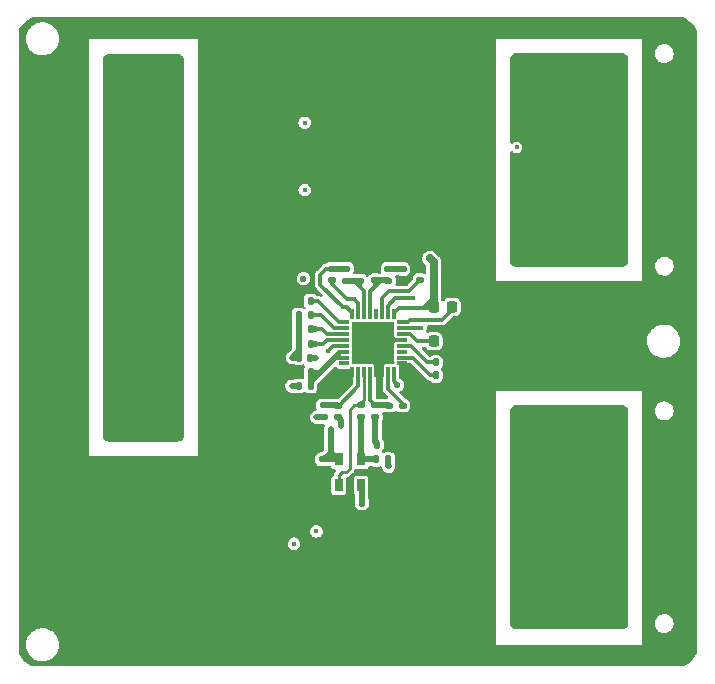
<source format=gbr>
G04 #@! TF.GenerationSoftware,KiCad,Pcbnew,(5.99.0-12889-g70df3822b5)*
G04 #@! TF.CreationDate,2021-11-21T19:13:50+08:00*
G04 #@! TF.ProjectId,Dual-Power,4475616c-2d50-46f7-9765-722e6b696361,rev?*
G04 #@! TF.SameCoordinates,Original*
G04 #@! TF.FileFunction,Copper,L1,Top*
G04 #@! TF.FilePolarity,Positive*
%FSLAX46Y46*%
G04 Gerber Fmt 4.6, Leading zero omitted, Abs format (unit mm)*
G04 Created by KiCad (PCBNEW (5.99.0-12889-g70df3822b5)) date 2021-11-21 19:13:50*
%MOMM*%
%LPD*%
G01*
G04 APERTURE LIST*
G04 Aperture macros list*
%AMRoundRect*
0 Rectangle with rounded corners*
0 $1 Rounding radius*
0 $2 $3 $4 $5 $6 $7 $8 $9 X,Y pos of 4 corners*
0 Add a 4 corners polygon primitive as box body*
4,1,4,$2,$3,$4,$5,$6,$7,$8,$9,$2,$3,0*
0 Add four circle primitives for the rounded corners*
1,1,$1+$1,$2,$3*
1,1,$1+$1,$4,$5*
1,1,$1+$1,$6,$7*
1,1,$1+$1,$8,$9*
0 Add four rect primitives between the rounded corners*
20,1,$1+$1,$2,$3,$4,$5,0*
20,1,$1+$1,$4,$5,$6,$7,0*
20,1,$1+$1,$6,$7,$8,$9,0*
20,1,$1+$1,$8,$9,$2,$3,0*%
G04 Aperture macros list end*
G04 #@! TA.AperFunction,SMDPad,CuDef*
%ADD10R,0.804800X0.300000*%
G04 #@! TD*
G04 #@! TA.AperFunction,SMDPad,CuDef*
%ADD11R,0.300000X0.804800*%
G04 #@! TD*
G04 #@! TA.AperFunction,SMDPad,CuDef*
%ADD12R,3.550000X3.550000*%
G04 #@! TD*
G04 #@! TA.AperFunction,SMDPad,CuDef*
%ADD13RoundRect,0.140000X0.140000X0.170000X-0.140000X0.170000X-0.140000X-0.170000X0.140000X-0.170000X0*%
G04 #@! TD*
G04 #@! TA.AperFunction,SMDPad,CuDef*
%ADD14RoundRect,0.140000X0.170000X-0.140000X0.170000X0.140000X-0.170000X0.140000X-0.170000X-0.140000X0*%
G04 #@! TD*
G04 #@! TA.AperFunction,SMDPad,CuDef*
%ADD15RoundRect,0.225000X-0.225000X-0.250000X0.225000X-0.250000X0.225000X0.250000X-0.225000X0.250000X0*%
G04 #@! TD*
G04 #@! TA.AperFunction,SMDPad,CuDef*
%ADD16RoundRect,0.140000X-0.170000X0.140000X-0.170000X-0.140000X0.170000X-0.140000X0.170000X0.140000X0*%
G04 #@! TD*
G04 #@! TA.AperFunction,SMDPad,CuDef*
%ADD17RoundRect,0.140000X-0.140000X-0.170000X0.140000X-0.170000X0.140000X0.170000X-0.140000X0.170000X0*%
G04 #@! TD*
G04 #@! TA.AperFunction,SMDPad,CuDef*
%ADD18RoundRect,0.249999X-0.650001X0.325001X-0.650001X-0.325001X0.650001X-0.325001X0.650001X0.325001X0*%
G04 #@! TD*
G04 #@! TA.AperFunction,SMDPad,CuDef*
%ADD19RoundRect,0.249999X0.650001X-0.325001X0.650001X0.325001X-0.650001X0.325001X-0.650001X-0.325001X0*%
G04 #@! TD*
G04 #@! TA.AperFunction,SMDPad,CuDef*
%ADD20RoundRect,0.135000X0.135000X0.185000X-0.135000X0.185000X-0.135000X-0.185000X0.135000X-0.185000X0*%
G04 #@! TD*
G04 #@! TA.AperFunction,SMDPad,CuDef*
%ADD21RoundRect,0.135000X-0.135000X-0.185000X0.135000X-0.185000X0.135000X0.185000X-0.135000X0.185000X0*%
G04 #@! TD*
G04 #@! TA.AperFunction,SMDPad,CuDef*
%ADD22RoundRect,0.135000X0.185000X-0.135000X0.185000X0.135000X-0.185000X0.135000X-0.185000X-0.135000X0*%
G04 #@! TD*
G04 #@! TA.AperFunction,SMDPad,CuDef*
%ADD23RoundRect,0.135000X-0.185000X0.135000X-0.185000X-0.135000X0.185000X-0.135000X0.185000X0.135000X0*%
G04 #@! TD*
G04 #@! TA.AperFunction,SMDPad,CuDef*
%ADD24R,0.650000X1.060000*%
G04 #@! TD*
G04 #@! TA.AperFunction,SMDPad,CuDef*
%ADD25RoundRect,0.249999X0.325001X0.650001X-0.325001X0.650001X-0.325001X-0.650001X0.325001X-0.650001X0*%
G04 #@! TD*
G04 #@! TA.AperFunction,SMDPad,CuDef*
%ADD26RoundRect,0.250000X1.750000X1.000000X-1.750000X1.000000X-1.750000X-1.000000X1.750000X-1.000000X0*%
G04 #@! TD*
G04 #@! TA.AperFunction,SMDPad,CuDef*
%ADD27RoundRect,0.250000X-1.500000X-1.000000X1.500000X-1.000000X1.500000X1.000000X-1.500000X1.000000X0*%
G04 #@! TD*
G04 #@! TA.AperFunction,SMDPad,CuDef*
%ADD28RoundRect,0.250000X1.500000X1.000000X-1.500000X1.000000X-1.500000X-1.000000X1.500000X-1.000000X0*%
G04 #@! TD*
G04 #@! TA.AperFunction,ComponentPad*
%ADD29RoundRect,0.250000X-0.500000X0.500000X-0.500000X-0.500000X0.500000X-0.500000X0.500000X0.500000X0*%
G04 #@! TD*
G04 #@! TA.AperFunction,ComponentPad*
%ADD30C,1.500000*%
G04 #@! TD*
G04 #@! TA.AperFunction,ComponentPad*
%ADD31RoundRect,0.250001X1.399999X-1.099999X1.399999X1.099999X-1.399999X1.099999X-1.399999X-1.099999X0*%
G04 #@! TD*
G04 #@! TA.AperFunction,ComponentPad*
%ADD32O,3.300000X2.700000*%
G04 #@! TD*
G04 #@! TA.AperFunction,ViaPad*
%ADD33C,0.500000*%
G04 #@! TD*
G04 #@! TA.AperFunction,ViaPad*
%ADD34C,0.450000*%
G04 #@! TD*
G04 #@! TA.AperFunction,ViaPad*
%ADD35C,0.550000*%
G04 #@! TD*
G04 #@! TA.AperFunction,Conductor*
%ADD36C,0.300000*%
G04 #@! TD*
G04 #@! TA.AperFunction,Conductor*
%ADD37C,0.500000*%
G04 #@! TD*
G04 #@! TA.AperFunction,Conductor*
%ADD38C,0.700000*%
G04 #@! TD*
G04 #@! TA.AperFunction,Conductor*
%ADD39C,0.250000*%
G04 #@! TD*
G04 APERTURE END LIST*
D10*
G04 #@! TO.P,U1,1,FREQ*
G04 #@! TO.N,Net-(R5-Pad1)*
X140347600Y-85590000D03*
G04 #@! TO.P,U1,2,PLLIN/MODE*
G04 #@! TO.N,Net-(R6-Pad1)*
X140347600Y-86090000D03*
G04 #@! TO.P,U1,3,PGOOD1*
G04 #@! TO.N,Net-(D1-Pad2)*
X140347600Y-86590000D03*
G04 #@! TO.P,U1,4,PGOOD2*
G04 #@! TO.N,Net-(D2-Pad2)*
X140347600Y-87090000D03*
G04 #@! TO.P,U1,5,INTVcc*
G04 #@! TO.N,INTVcc*
X140347600Y-87590000D03*
G04 #@! TO.P,U1,6,RUN1*
G04 #@! TO.N,RUN*
X140347600Y-88090000D03*
G04 #@! TO.P,U1,7,RUN2*
X140347600Y-88590000D03*
G04 #@! TO.P,U1,8,ILIM*
G04 #@! TO.N,unconnected-(U1-Pad8)*
X140347600Y-89090000D03*
D11*
G04 #@! TO.P,U1,9,~{SENSE2}*
G04 #@! TO.N,GND*
X141050000Y-89792400D03*
G04 #@! TO.P,U1,10,SENSE2*
G04 #@! TO.N,Net-(C21-Pad2)*
X141550000Y-89792400D03*
G04 #@! TO.P,U1,11,VFB2*
G04 #@! TO.N,Net-(R9-Pad1)*
X142050000Y-89792400D03*
G04 #@! TO.P,U1,12,ITH2*
G04 #@! TO.N,Net-(C6-Pad2)*
X142550000Y-89792400D03*
G04 #@! TO.P,U1,13,DRVUV*
G04 #@! TO.N,GND*
X143050000Y-89792400D03*
G04 #@! TO.P,U1,14,DRVSET*
X143550000Y-89792400D03*
G04 #@! TO.P,U1,15,TRACK/SS2*
G04 #@! TO.N,Net-(C8-Pad2)*
X144050000Y-89792400D03*
G04 #@! TO.P,U1,16,TG2*
G04 #@! TO.N,Net-(Q1-Pad4)*
X144550000Y-89792400D03*
D10*
G04 #@! TO.P,U1,17,SW2*
G04 #@! TO.N,GND*
X145252400Y-89090000D03*
G04 #@! TO.P,U1,18,BOOST2*
G04 #@! TO.N,Net-(C15-Pad2)*
X145252400Y-88590000D03*
G04 #@! TO.P,U1,19,BG2*
G04 #@! TO.N,unconnected-(U1-Pad19)*
X145252400Y-88090000D03*
G04 #@! TO.P,U1,20,DRVcc*
G04 #@! TO.N,Net-(C9-Pad2)*
X145252400Y-87590000D03*
G04 #@! TO.P,U1,21,EXTVcc*
G04 #@! TO.N,GND*
X145252400Y-87090000D03*
G04 #@! TO.P,U1,22,VIN*
G04 #@! TO.N,VIN*
X145252400Y-86590000D03*
G04 #@! TO.P,U1,23,BG1*
G04 #@! TO.N,Net-(Q2-Pad4)*
X145252400Y-86090000D03*
G04 #@! TO.P,U1,24,BOOST1*
G04 #@! TO.N,Net-(C23-Pad2)*
X145252400Y-85590000D03*
D11*
G04 #@! TO.P,U1,25,SW1*
G04 #@! TO.N,Net-(C23-Pad1)*
X144550000Y-84887600D03*
G04 #@! TO.P,U1,26,TG1*
G04 #@! TO.N,Net-(Q3-Pad4)*
X144050000Y-84887600D03*
G04 #@! TO.P,U1,27,TRACK/SS1*
G04 #@! TO.N,Net-(C10-Pad1)*
X143550000Y-84887600D03*
G04 #@! TO.P,U1,28,VPRG1*
G04 #@! TO.N,unconnected-(U1-Pad28)*
X143050000Y-84887600D03*
G04 #@! TO.P,U1,29,ITH1*
G04 #@! TO.N,Net-(C12-Pad1)*
X142550000Y-84887600D03*
G04 #@! TO.P,U1,30,VFB1*
G04 #@! TO.N,Net-(R15-Pad2)*
X142050000Y-84887600D03*
G04 #@! TO.P,U1,31,SENSE1*
G04 #@! TO.N,Net-(C25-Pad1)*
X141550000Y-84887600D03*
G04 #@! TO.P,U1,32,~{SENSE1}*
G04 #@! TO.N,Vout1(12V)*
X141050000Y-84887600D03*
D12*
G04 #@! TO.P,U1,33,GND*
G04 #@! TO.N,GND*
X142800000Y-87340000D03*
G04 #@! TD*
D13*
G04 #@! TO.P,C5,1*
G04 #@! TO.N,GND*
X144060000Y-95990000D03*
G04 #@! TO.P,C5,2*
G04 #@! TO.N,Net-(C5-Pad2)*
X143100000Y-95990000D03*
G04 #@! TD*
D14*
G04 #@! TO.P,C6,1*
G04 #@! TO.N,GND*
X144170000Y-93620000D03*
G04 #@! TO.P,C6,2*
G04 #@! TO.N,Net-(C6-Pad2)*
X144170000Y-92660000D03*
G04 #@! TD*
D15*
G04 #@! TO.P,C7,1*
G04 #@! TO.N,VIN*
X147925000Y-87200000D03*
G04 #@! TO.P,C7,2*
G04 #@! TO.N,GND*
X149475000Y-87200000D03*
G04 #@! TD*
D14*
G04 #@! TO.P,C8,1*
G04 #@! TO.N,GND*
X145300000Y-93620000D03*
G04 #@! TO.P,C8,2*
G04 #@! TO.N,Net-(C8-Pad2)*
X145300000Y-92660000D03*
G04 #@! TD*
D13*
G04 #@! TO.P,C9,1*
G04 #@! TO.N,GND*
X149080000Y-89000000D03*
G04 #@! TO.P,C9,2*
G04 #@! TO.N,Net-(C9-Pad2)*
X148120000Y-89000000D03*
G04 #@! TD*
D14*
G04 #@! TO.P,C10,1*
G04 #@! TO.N,Net-(C10-Pad1)*
X146760000Y-82040000D03*
G04 #@! TO.P,C10,2*
G04 #@! TO.N,GND*
X146760000Y-81080000D03*
G04 #@! TD*
D16*
G04 #@! TO.P,C11,1*
G04 #@! TO.N,Net-(C11-Pad1)*
X145300000Y-81100000D03*
G04 #@! TO.P,C11,2*
G04 #@! TO.N,GND*
X145300000Y-82060000D03*
G04 #@! TD*
D14*
G04 #@! TO.P,C12,1*
G04 #@! TO.N,Net-(C12-Pad1)*
X142970000Y-82050000D03*
G04 #@! TO.P,C12,2*
G04 #@! TO.N,GND*
X142970000Y-81090000D03*
G04 #@! TD*
D17*
G04 #@! TO.P,C13,1*
G04 #@! TO.N,INTVcc*
X136510000Y-88603332D03*
G04 #@! TO.P,C13,2*
G04 #@! TO.N,GND*
X137470000Y-88603332D03*
G04 #@! TD*
D16*
G04 #@! TO.P,C14,1*
G04 #@! TO.N,INTVcc*
X138520000Y-97210000D03*
G04 #@! TO.P,C14,2*
G04 #@! TO.N,GND*
X138520000Y-98170000D03*
G04 #@! TD*
D13*
G04 #@! TO.P,C15,1*
G04 #@! TO.N,GND*
X149070000Y-90110000D03*
G04 #@! TO.P,C15,2*
G04 #@! TO.N,Net-(C15-Pad2)*
X148110000Y-90110000D03*
G04 #@! TD*
D18*
G04 #@! TO.P,C17,1*
G04 #@! TO.N,GND*
X160699999Y-90487500D03*
G04 #@! TO.P,C17,2*
G04 #@! TO.N,Vout2(-12V)*
X160699999Y-93437500D03*
G04 #@! TD*
D14*
G04 #@! TO.P,C21,1*
G04 #@! TO.N,GND*
X139810000Y-93620000D03*
G04 #@! TO.P,C21,2*
G04 #@! TO.N,Net-(C21-Pad2)*
X139810000Y-92660000D03*
G04 #@! TD*
D15*
G04 #@! TO.P,C23,1*
G04 #@! TO.N,Net-(C23-Pad1)*
X147925000Y-84300000D03*
G04 #@! TO.P,C23,2*
G04 #@! TO.N,Net-(C23-Pad2)*
X149475000Y-84300000D03*
G04 #@! TD*
D14*
G04 #@! TO.P,C25,1*
G04 #@! TO.N,Net-(C25-Pad1)*
X139300000Y-82050000D03*
G04 #@! TO.P,C25,2*
G04 #@! TO.N,Vout1(12V)*
X139300000Y-81090000D03*
G04 #@! TD*
D19*
G04 #@! TO.P,C26,1*
G04 #@! TO.N,GND*
X160700000Y-82927500D03*
G04 #@! TO.P,C26,2*
G04 #@! TO.N,Vout1(12V)*
X160700000Y-79977500D03*
G04 #@! TD*
G04 #@! TO.P,C27,1*
G04 #@! TO.N,GND*
X156100000Y-82927500D03*
G04 #@! TO.P,C27,2*
G04 #@! TO.N,Vout1(12V)*
X156100000Y-79977500D03*
G04 #@! TD*
G04 #@! TO.P,C28,1*
G04 #@! TO.N,GND*
X158400000Y-82927500D03*
G04 #@! TO.P,C28,2*
G04 #@! TO.N,Vout1(12V)*
X158400000Y-79977500D03*
G04 #@! TD*
D20*
G04 #@! TO.P,R1,1*
G04 #@! TO.N,RUN*
X137510000Y-91010000D03*
G04 #@! TO.P,R1,2*
G04 #@! TO.N,VIN*
X136490000Y-91010000D03*
G04 #@! TD*
D21*
G04 #@! TO.P,R2,1*
G04 #@! TO.N,GND*
X136480000Y-89850000D03*
G04 #@! TO.P,R2,2*
G04 #@! TO.N,RUN*
X137500000Y-89850000D03*
G04 #@! TD*
D22*
G04 #@! TO.P,R3,1*
G04 #@! TO.N,Net-(C5-Pad2)*
X142980000Y-93650000D03*
G04 #@! TO.P,R3,2*
G04 #@! TO.N,Net-(C6-Pad2)*
X142980000Y-92630000D03*
G04 #@! TD*
G04 #@! TO.P,R4,1*
G04 #@! TO.N,Net-(C12-Pad1)*
X144090000Y-82080000D03*
G04 #@! TO.P,R4,2*
G04 #@! TO.N,Net-(C11-Pad1)*
X144090000Y-81060000D03*
G04 #@! TD*
D20*
G04 #@! TO.P,R5,1*
G04 #@! TO.N,Net-(R5-Pad1)*
X137500000Y-83800000D03*
G04 #@! TO.P,R5,2*
G04 #@! TO.N,GND*
X136480000Y-83800000D03*
G04 #@! TD*
G04 #@! TO.P,R6,1*
G04 #@! TO.N,Net-(R6-Pad1)*
X137500000Y-85003333D03*
G04 #@! TO.P,R6,2*
G04 #@! TO.N,INTVcc*
X136480000Y-85003333D03*
G04 #@! TD*
D21*
G04 #@! TO.P,R7,1*
G04 #@! TO.N,INTVcc*
X136480000Y-86206666D03*
G04 #@! TO.P,R7,2*
G04 #@! TO.N,Net-(D1-Pad2)*
X137500000Y-86206666D03*
G04 #@! TD*
G04 #@! TO.P,R8,1*
G04 #@! TO.N,INTVcc*
X136480000Y-87409999D03*
G04 #@! TO.P,R8,2*
G04 #@! TO.N,Net-(D2-Pad2)*
X137500000Y-87409999D03*
G04 #@! TD*
D23*
G04 #@! TO.P,R9,1*
G04 #@! TO.N,Net-(R9-Pad1)*
X141790000Y-92630000D03*
G04 #@! TO.P,R9,2*
G04 #@! TO.N,Net-(R10-Pad1)*
X141790000Y-93650000D03*
G04 #@! TD*
D21*
G04 #@! TO.P,R10,1*
G04 #@! TO.N,Net-(R10-Pad1)*
X143070000Y-97210000D03*
G04 #@! TO.P,R10,2*
G04 #@! TO.N,Vout2(-12V)*
X144090000Y-97210000D03*
G04 #@! TD*
D20*
G04 #@! TO.P,R11,1*
G04 #@! TO.N,Net-(R11-Pad1)*
X141850000Y-100879999D03*
G04 #@! TO.P,R11,2*
G04 #@! TO.N,GND*
X140830000Y-100879999D03*
G04 #@! TD*
D22*
G04 #@! TO.P,R13,1*
G04 #@! TO.N,Net-(Q1-Pad1)*
X138600000Y-93650000D03*
G04 #@! TO.P,R13,2*
G04 #@! TO.N,Net-(C21-Pad2)*
X138600000Y-92630000D03*
G04 #@! TD*
D23*
G04 #@! TO.P,R15,1*
G04 #@! TO.N,GND*
X141690000Y-81060000D03*
G04 #@! TO.P,R15,2*
G04 #@! TO.N,Net-(R15-Pad2)*
X141690000Y-82080000D03*
G04 #@! TD*
D22*
G04 #@! TO.P,R16,1*
G04 #@! TO.N,Net-(R15-Pad2)*
X140540000Y-82080000D03*
G04 #@! TO.P,R16,2*
G04 #@! TO.N,Vout1(12V)*
X140540000Y-81060000D03*
G04 #@! TD*
D24*
G04 #@! TO.P,U2,1*
G04 #@! TO.N,Net-(R9-Pad1)*
X139880000Y-99409999D03*
G04 #@! TO.P,U2,2,V-*
G04 #@! TO.N,GND*
X140830000Y-99409999D03*
G04 #@! TO.P,U2,3,+*
G04 #@! TO.N,Net-(R11-Pad1)*
X141780000Y-99409999D03*
G04 #@! TO.P,U2,4,-*
G04 #@! TO.N,Net-(R10-Pad1)*
X141780000Y-97209999D03*
G04 #@! TO.P,U2,5,V+*
G04 #@! TO.N,INTVcc*
X139880000Y-97209999D03*
G04 #@! TD*
D18*
G04 #@! TO.P,C30,1*
G04 #@! TO.N,GND*
X156100000Y-90487500D03*
G04 #@! TO.P,C30,2*
G04 #@! TO.N,Vout2(-12V)*
X156100000Y-93437500D03*
G04 #@! TD*
G04 #@! TO.P,C31,1*
G04 #@! TO.N,GND*
X158400000Y-90487500D03*
G04 #@! TO.P,C31,2*
G04 #@! TO.N,Vout2(-12V)*
X158400000Y-93437500D03*
G04 #@! TD*
D25*
G04 #@! TO.P,Cx2,1*
G04 #@! TO.N,GND*
X128875000Y-65288888D03*
G04 #@! TO.P,Cx2,2*
G04 #@! TO.N,VIN*
X125925000Y-65288888D03*
G04 #@! TD*
D26*
G04 #@! TO.P,Cl1,1*
G04 #@! TO.N,VIN*
X123500000Y-92200000D03*
G04 #@! TO.P,Cl1,2*
G04 #@! TO.N,GND*
X115500000Y-92200000D03*
G04 #@! TD*
G04 #@! TO.P,Cl2,1*
G04 #@! TO.N,VIN*
X123500000Y-81500000D03*
G04 #@! TO.P,Cl2,2*
G04 #@! TO.N,GND*
X115500000Y-81500000D03*
G04 #@! TD*
D25*
G04 #@! TO.P,Cx3,1*
G04 #@! TO.N,GND*
X128875000Y-72855554D03*
G04 #@! TO.P,Cx3,2*
G04 #@! TO.N,VIN*
X125925000Y-72855554D03*
G04 #@! TD*
G04 #@! TO.P,Cx4,1*
G04 #@! TO.N,GND*
X128875000Y-75377776D03*
G04 #@! TO.P,Cx4,2*
G04 #@! TO.N,VIN*
X125925000Y-75377776D03*
G04 #@! TD*
G04 #@! TO.P,Cx5,1*
G04 #@! TO.N,GND*
X128875000Y-77900000D03*
G04 #@! TO.P,Cx5,2*
G04 #@! TO.N,VIN*
X125925000Y-77900000D03*
G04 #@! TD*
G04 #@! TO.P,Cx6,1*
G04 #@! TO.N,GND*
X128875000Y-70333332D03*
G04 #@! TO.P,Cx6,2*
G04 #@! TO.N,VIN*
X125925000Y-70333332D03*
G04 #@! TD*
G04 #@! TO.P,Cx7,1*
G04 #@! TO.N,GND*
X128875000Y-67811110D03*
G04 #@! TO.P,Cx7,2*
G04 #@! TO.N,VIN*
X125925000Y-67811110D03*
G04 #@! TD*
D27*
G04 #@! TO.P,C33,1*
G04 #@! TO.N,GND*
X150550000Y-99700000D03*
G04 #@! TO.P,C33,2*
G04 #@! TO.N,Vout2(-12V)*
X157050000Y-99700000D03*
G04 #@! TD*
G04 #@! TO.P,C34,1*
G04 #@! TO.N,GND*
X150550000Y-108350000D03*
G04 #@! TO.P,C34,2*
G04 #@! TO.N,Vout2(-12V)*
X157050000Y-108350000D03*
G04 #@! TD*
D28*
G04 #@! TO.P,C35,1*
G04 #@! TO.N,Vout1(12V)*
X156920000Y-74600000D03*
G04 #@! TO.P,C35,2*
G04 #@! TO.N,GND*
X150420000Y-74600000D03*
G04 #@! TD*
G04 #@! TO.P,C36,1*
G04 #@! TO.N,Vout1(12V)*
X156919999Y-65950000D03*
G04 #@! TO.P,C36,2*
G04 #@! TO.N,GND*
X150419999Y-65950000D03*
G04 #@! TD*
D29*
G04 #@! TO.P,J1,1,Pin_1*
G04 #@! TO.N,Vout1(12V)*
X163500000Y-65860000D03*
D30*
G04 #@! TO.P,J1,2,Pin_2*
X163500000Y-68860000D03*
G04 #@! TO.P,J1,3,Pin_3*
X163500000Y-71860000D03*
G04 #@! TO.P,J1,4,Pin_4*
X163500000Y-74860000D03*
G04 #@! TO.P,J1,5,Pin_5*
X163500000Y-77860000D03*
G04 #@! TO.P,J1,6,Pin_6*
G04 #@! TO.N,GND*
X166500000Y-65860000D03*
G04 #@! TO.P,J1,7,Pin_7*
X166500000Y-68860000D03*
G04 #@! TO.P,J1,8,Pin_8*
X166500000Y-71860000D03*
G04 #@! TO.P,J1,9,Pin_9*
X166500000Y-74860000D03*
G04 #@! TO.P,J1,10,Pin_10*
X166500000Y-77860000D03*
G04 #@! TD*
D29*
G04 #@! TO.P,J2,1,Pin_1*
G04 #@! TO.N,Vout2(-12V)*
X163500000Y-96110000D03*
D30*
G04 #@! TO.P,J2,2,Pin_2*
X163500000Y-99110000D03*
G04 #@! TO.P,J2,3,Pin_3*
X163500000Y-102110000D03*
G04 #@! TO.P,J2,4,Pin_4*
X163500000Y-105110000D03*
G04 #@! TO.P,J2,5,Pin_5*
X163500000Y-108110000D03*
G04 #@! TO.P,J2,6,Pin_6*
G04 #@! TO.N,GND*
X166500000Y-96110000D03*
G04 #@! TO.P,J2,7,Pin_7*
X166500000Y-99110000D03*
G04 #@! TO.P,J2,8,Pin_8*
X166500000Y-102110000D03*
G04 #@! TO.P,J2,9,Pin_9*
X166500000Y-105110000D03*
G04 #@! TO.P,J2,10,Pin_10*
X166500000Y-108110000D03*
G04 #@! TD*
D31*
G04 #@! TO.P,J3,1,Pin_1*
G04 #@! TO.N,VIN*
X122100000Y-70900000D03*
D32*
G04 #@! TO.P,J3,2,Pin_2*
X122100000Y-66700000D03*
G04 #@! TO.P,J3,3,Pin_3*
G04 #@! TO.N,GND*
X116600000Y-70900000D03*
G04 #@! TO.P,J3,4,Pin_4*
X116600000Y-66700000D03*
G04 #@! TD*
D33*
G04 #@! TO.N,GND*
X142400000Y-86160000D03*
X143200000Y-86160000D03*
X144000000Y-86160000D03*
X141600000Y-86960000D03*
X142400000Y-86960000D03*
X143200000Y-86960000D03*
X144000000Y-86960000D03*
X141600000Y-87760000D03*
X142400000Y-87760000D03*
X143200000Y-87760000D03*
X144000000Y-87760000D03*
X141600000Y-88560000D03*
X142400000Y-88560000D03*
X143200000Y-88560000D03*
X144000000Y-88560000D03*
D34*
X169400000Y-61800000D03*
X167400000Y-60700000D03*
X169400000Y-60700000D03*
X168400000Y-60700000D03*
X165400000Y-60700000D03*
X166400000Y-60700000D03*
X165400000Y-113800000D03*
X166400000Y-113800000D03*
X169400000Y-113800000D03*
X167400000Y-113800000D03*
X168400000Y-113800000D03*
X117400000Y-60700000D03*
X118400000Y-60700000D03*
X119400000Y-60700000D03*
X120400000Y-60700000D03*
X121400000Y-60700000D03*
X122400000Y-60700000D03*
X123400000Y-60700000D03*
X124400000Y-60700000D03*
X125400000Y-60700000D03*
X126400000Y-60700000D03*
X127400000Y-60700000D03*
X128400000Y-60700000D03*
X129400000Y-60700000D03*
X130400000Y-60700000D03*
X131400000Y-60700000D03*
X132400000Y-60700000D03*
X133400000Y-60700000D03*
X134400000Y-60700000D03*
X135400000Y-60700000D03*
X136400000Y-60700000D03*
X137400000Y-60700000D03*
X138400000Y-60700000D03*
X139400000Y-60700000D03*
X140400000Y-60700000D03*
X141400000Y-60700000D03*
X142400000Y-60700000D03*
X143400000Y-60700000D03*
X144400000Y-60700000D03*
X145400000Y-60700000D03*
X146400000Y-60700000D03*
X147400000Y-60700000D03*
X148400000Y-60700000D03*
X149400000Y-60700000D03*
X150400000Y-60700000D03*
X151400000Y-60700000D03*
X152400000Y-60700000D03*
X153400000Y-60700000D03*
X154400000Y-60700000D03*
X155400000Y-60700000D03*
X156400000Y-60700000D03*
X157400000Y-60700000D03*
X158400000Y-60700000D03*
X159400000Y-60700000D03*
X160400000Y-60700000D03*
X161400000Y-60700000D03*
X162400000Y-60700000D03*
X163400000Y-60700000D03*
X164400000Y-60700000D03*
X142400000Y-113800000D03*
X128400000Y-113800000D03*
X144400000Y-113800000D03*
X136400000Y-113800000D03*
X134400000Y-113800000D03*
X152400000Y-113800000D03*
X119400000Y-113800000D03*
X129400000Y-113800000D03*
X124400000Y-113800000D03*
X123400000Y-113800000D03*
X118400000Y-113800000D03*
X125400000Y-113800000D03*
X117400000Y-113800000D03*
X137400000Y-113800000D03*
X138400000Y-113800000D03*
X121400000Y-113800000D03*
X141400000Y-113800000D03*
X143400000Y-113800000D03*
X146400000Y-113800000D03*
X149400000Y-113800000D03*
X120400000Y-113800000D03*
X150400000Y-113800000D03*
X151400000Y-113800000D03*
X154400000Y-113800000D03*
X155400000Y-113800000D03*
X147400000Y-113800000D03*
X158400000Y-113800000D03*
X139400000Y-113800000D03*
X159400000Y-113800000D03*
X132400000Y-113800000D03*
X160400000Y-113800000D03*
X161400000Y-113800000D03*
X145400000Y-113800000D03*
X133400000Y-113800000D03*
X130400000Y-113800000D03*
X148400000Y-113800000D03*
X153400000Y-113800000D03*
X122400000Y-113800000D03*
X126400000Y-113800000D03*
X156400000Y-113800000D03*
X157400000Y-113800000D03*
X127400000Y-113800000D03*
X135400000Y-113800000D03*
X131400000Y-113800000D03*
X140400000Y-113800000D03*
X163400000Y-113800000D03*
X164400000Y-113800000D03*
X162400000Y-113800000D03*
X169400000Y-83900000D03*
X169400000Y-72900000D03*
X169400000Y-101900000D03*
X169400000Y-96900000D03*
X169400000Y-86900000D03*
X169400000Y-100900000D03*
X169400000Y-69900000D03*
X169400000Y-91900000D03*
X169400000Y-105900000D03*
X169400000Y-73900000D03*
X169400001Y-107900000D03*
X169400000Y-95900000D03*
X169400001Y-84900000D03*
X169400001Y-103900000D03*
X169400000Y-104900000D03*
X169400000Y-74900000D03*
X169400000Y-108900000D03*
X169400000Y-81900000D03*
X169400000Y-68900000D03*
X169400000Y-88900000D03*
X169400001Y-75900000D03*
X169400000Y-97900000D03*
X169400000Y-76900000D03*
X169400000Y-90900000D03*
X169400000Y-99900000D03*
X169400000Y-67900000D03*
X169400001Y-98900000D03*
X169400000Y-63900000D03*
X169400000Y-106900000D03*
X169400001Y-66900000D03*
X169400001Y-70900000D03*
X169400001Y-93900000D03*
X169400001Y-102900000D03*
X169400001Y-94900000D03*
X169400000Y-65900000D03*
X169400001Y-71900000D03*
X169400000Y-79900000D03*
X169400000Y-85900000D03*
X169400000Y-92900000D03*
X169400001Y-80900000D03*
X169400000Y-64900000D03*
X169400000Y-77900000D03*
X169400001Y-89900000D03*
X169400001Y-112900000D03*
X169400000Y-87900000D03*
X169400000Y-111900000D03*
X169400000Y-78900000D03*
X169400000Y-110900000D03*
X169400001Y-62900000D03*
X169400000Y-109900000D03*
X169400000Y-82900000D03*
D33*
X141600000Y-86160000D03*
D34*
X133750000Y-87500000D03*
X138000000Y-88600000D03*
X140600000Y-89930000D03*
X140100000Y-94350000D03*
X133750000Y-86850000D03*
X133750000Y-88150000D03*
X133750000Y-86200000D03*
G04 #@! TO.N,VIN*
X123400000Y-84200000D03*
X123400000Y-85200000D03*
X123400000Y-86200000D03*
X123400000Y-87200000D03*
X123400000Y-88200000D03*
X123400000Y-89200000D03*
X121800000Y-86200000D03*
X121800000Y-87200000D03*
X122600000Y-88700000D03*
X121800000Y-89200000D03*
X121800000Y-84200000D03*
X121800000Y-85200000D03*
X122600000Y-89700000D03*
X122600000Y-84700000D03*
X122600000Y-86700000D03*
X122600000Y-87700000D03*
X122600000Y-85700000D03*
X121800000Y-88200000D03*
X123100000Y-73199999D03*
X121100000Y-73200000D03*
X122100000Y-73200000D03*
X121100000Y-64500000D03*
X123100000Y-64499999D03*
X122100000Y-64500000D03*
X123400000Y-81500000D03*
X146849982Y-87199990D03*
X135910016Y-91010014D03*
X123400000Y-92200000D03*
G04 #@! TO.N,INTVcc*
X135950000Y-88600000D03*
X138950000Y-88000000D03*
X139200000Y-94600000D03*
G04 #@! TO.N,Vout2(-12V)*
X160400000Y-96900000D03*
X157400000Y-96900000D03*
X161400000Y-96900000D03*
X158400000Y-96900000D03*
X159400000Y-96900000D03*
X158400000Y-94900000D03*
X159400000Y-95900000D03*
X158400000Y-95900000D03*
X161400000Y-94900000D03*
X159400000Y-94900000D03*
X157400000Y-95900000D03*
X157400000Y-94900000D03*
X160400000Y-95900000D03*
X161400000Y-95900000D03*
X160400000Y-94900000D03*
X160900000Y-105300000D03*
X160900000Y-106700000D03*
X160900000Y-101800000D03*
X160900000Y-108100000D03*
X160900000Y-103200000D03*
X160900000Y-107400000D03*
X160900000Y-106000000D03*
X160900000Y-104600000D03*
X160900000Y-103900000D03*
X160900000Y-102500000D03*
X144099998Y-97800001D03*
G04 #@! TO.N,Net-(C23-Pad1)*
X147600000Y-80200000D03*
G04 #@! TO.N,Vout1(12V)*
X160500000Y-65800000D03*
X160500000Y-68600000D03*
X160500000Y-67900000D03*
X160500000Y-67200000D03*
X160500000Y-66500000D03*
X160500000Y-69300000D03*
X160500000Y-70000000D03*
X160500000Y-71400000D03*
X160500000Y-70700000D03*
X160500000Y-72100000D03*
X158300000Y-76600000D03*
X159300000Y-76600000D03*
X160300000Y-76600000D03*
X161300000Y-76600000D03*
X157300000Y-77600000D03*
X158300000Y-77600000D03*
X159300000Y-77600000D03*
X160300000Y-77600000D03*
X161300000Y-77600000D03*
X157300000Y-78600000D03*
X158300000Y-78600000D03*
X159300000Y-78600000D03*
X160300000Y-78600000D03*
X161300000Y-78600000D03*
X157300000Y-76600000D03*
X157850000Y-70800000D03*
X140250000Y-84350000D03*
G04 #@! TO.N,Net-(C25-Pad1)*
X154950000Y-70800000D03*
X141200000Y-83600000D03*
G04 #@! TO.N,Net-(D1-Pad2)*
X137940000Y-86200000D03*
G04 #@! TO.N,Net-(D2-Pad2)*
X137940000Y-87410000D03*
G04 #@! TO.N,Net-(Q1-Pad4)*
X136100000Y-104350000D03*
D35*
X144850000Y-90900000D03*
D34*
G04 #@! TO.N,Net-(Q1-Pad1)*
X138000000Y-93650000D03*
X138000000Y-103300000D03*
G04 #@! TO.N,Net-(Q2-Pad4)*
X146850000Y-86050000D03*
D35*
X136900000Y-81900000D03*
D34*
G04 #@! TO.N,Net-(Q3-Pad4)*
X137000000Y-68700000D03*
X137000000Y-74400000D03*
X146150001Y-83550005D03*
G04 #@! TD*
D36*
G04 #@! TO.N,GND*
X143919411Y-86349411D02*
X144660000Y-87090000D01*
X143919411Y-87830589D02*
X144660000Y-87090000D01*
X143040000Y-89200000D02*
X142651091Y-88811091D01*
X143458909Y-88821091D02*
X143070000Y-89210000D01*
X143150000Y-88820000D02*
X143538909Y-89208909D01*
X143540000Y-89210000D02*
X143928909Y-88821091D01*
X143580000Y-89090000D02*
X143030000Y-89090000D01*
D37*
X140100000Y-94350000D02*
X140100000Y-93910000D01*
D36*
X143050000Y-89792400D02*
X143050000Y-88710000D01*
D37*
X140600000Y-89930000D02*
X140912400Y-89930000D01*
X140100000Y-93910000D02*
X139810000Y-93620000D01*
D36*
X145300000Y-82060000D02*
X145580000Y-82060000D01*
X146560000Y-81080000D02*
X146760000Y-81080000D01*
D37*
X137473332Y-88600000D02*
X138000000Y-88600000D01*
D36*
X143550000Y-89792400D02*
X143550000Y-88090000D01*
X143050000Y-87090000D02*
X142800000Y-87340000D01*
X141050000Y-89930000D02*
X141050000Y-89792400D01*
X145350000Y-89090000D02*
X145252400Y-89090000D01*
X143050000Y-88710000D02*
X143200000Y-88560000D01*
D37*
X140912400Y-89930000D02*
X140950480Y-89891920D01*
D36*
X137473332Y-88600000D02*
X137470000Y-88603332D01*
X145252400Y-87090000D02*
X143050000Y-87090000D01*
X143550000Y-88090000D02*
X142800000Y-87340000D01*
X145580000Y-82060000D02*
X146560000Y-81080000D01*
D37*
G04 #@! TO.N,VIN*
X135910030Y-91010000D02*
X135910016Y-91010014D01*
D36*
X148125010Y-87199990D02*
X146849982Y-87199990D01*
D37*
X136490000Y-91010000D02*
X135910030Y-91010000D01*
D36*
X146549990Y-87199990D02*
X146849982Y-87199990D01*
X145252400Y-86590000D02*
X145940000Y-86590000D01*
X145940000Y-86590000D02*
X146549990Y-87199990D01*
D37*
G04 #@! TO.N,Net-(C5-Pad2)*
X142990000Y-95740000D02*
X142990000Y-93660000D01*
X143090000Y-95840000D02*
X142990000Y-95740000D01*
X142990000Y-93660000D02*
X142980000Y-93650000D01*
D36*
G04 #@! TO.N,Net-(C6-Pad2)*
X142550000Y-92200000D02*
X142980000Y-92630000D01*
D37*
X142980000Y-92630000D02*
X144140000Y-92630000D01*
D36*
X142550000Y-89792400D02*
X142550000Y-92200000D01*
D37*
X144140000Y-92630000D02*
X144170000Y-92660000D01*
D36*
G04 #@! TO.N,Net-(C8-Pad2)*
X145220000Y-92660000D02*
X145220000Y-92420000D01*
X144050000Y-91250000D02*
X144050000Y-89792400D01*
X145220000Y-92420000D02*
X144050000Y-91250000D01*
G04 #@! TO.N,Net-(C9-Pad2)*
X145990000Y-87590000D02*
X147400000Y-89000000D01*
X147400000Y-89000000D02*
X148120000Y-89000000D01*
X145252400Y-87590000D02*
X145990000Y-87590000D01*
G04 #@! TO.N,Net-(C10-Pad1)*
X146760000Y-82040000D02*
X146760000Y-82050000D01*
X143550000Y-83520000D02*
X143550000Y-84887600D01*
X146760000Y-82050000D02*
X145860000Y-82950000D01*
X144120000Y-82950000D02*
X143550000Y-83520000D01*
X145860000Y-82950000D02*
X144120000Y-82950000D01*
D37*
G04 #@! TO.N,Net-(C11-Pad1)*
X144090000Y-81060000D02*
X144100000Y-81070000D01*
X145270000Y-81070000D02*
X145300000Y-81100000D01*
X144100000Y-81070000D02*
X145270000Y-81070000D01*
D36*
G04 #@! TO.N,Net-(C12-Pad1)*
X143340000Y-82210000D02*
X142970000Y-82580000D01*
X142550000Y-82970000D02*
X142550000Y-84887600D01*
D37*
X144079999Y-82050000D02*
X142940000Y-82050000D01*
D36*
X142920000Y-82600000D02*
X142550000Y-82970000D01*
D37*
X142940000Y-82050000D02*
X142920000Y-82070000D01*
D36*
X142920000Y-82070000D02*
X142920000Y-82600000D01*
D37*
G04 #@! TO.N,INTVcc*
X139880000Y-97209999D02*
X139759999Y-97209999D01*
X136480000Y-87409999D02*
X136480000Y-88070000D01*
X138640000Y-97210000D02*
X139200000Y-96650000D01*
X136480000Y-85003333D02*
X136480000Y-88573332D01*
X136480000Y-88070000D02*
X135950000Y-88600000D01*
X138520000Y-97210000D02*
X138640000Y-97210000D01*
X136510000Y-88603332D02*
X135953332Y-88603332D01*
X136480000Y-88573332D02*
X136510000Y-88603332D01*
D36*
X138950000Y-88000000D02*
X139360000Y-87590000D01*
X139360000Y-87590000D02*
X140347600Y-87590000D01*
D37*
X135953332Y-88603332D02*
X135950000Y-88600000D01*
X138520000Y-97210000D02*
X139880000Y-97209999D01*
X139200000Y-96650000D02*
X139200000Y-94600000D01*
X139759999Y-97209999D02*
X139200000Y-96650000D01*
D36*
G04 #@! TO.N,Net-(C15-Pad2)*
X146140000Y-88590000D02*
X147650000Y-90100000D01*
X148100000Y-90100000D02*
X148110000Y-90110000D01*
X147650000Y-90100000D02*
X148100000Y-90100000D01*
X145252400Y-88590000D02*
X146140000Y-88590000D01*
D37*
G04 #@! TO.N,Vout2(-12V)*
X144090000Y-97210000D02*
X144090000Y-97790003D01*
X144090000Y-97790003D02*
X144099998Y-97800001D01*
D36*
G04 #@! TO.N,Net-(C21-Pad2)*
X141550000Y-91000000D02*
X141550000Y-89792400D01*
X139810000Y-92660000D02*
X139890000Y-92660000D01*
D37*
X139780000Y-92630000D02*
X139810000Y-92660000D01*
X138600000Y-92630000D02*
X139780000Y-92630000D01*
D36*
X139890000Y-92660000D02*
X141550000Y-91000000D01*
G04 #@! TO.N,Net-(C23-Pad2)*
X145710000Y-85590000D02*
X145252400Y-85590000D01*
X148600000Y-85400000D02*
X145900000Y-85400000D01*
X149475000Y-84300000D02*
X149475000Y-84525000D01*
X149475000Y-84525000D02*
X148600000Y-85400000D01*
X145900000Y-85400000D02*
X145710000Y-85590000D01*
G04 #@! TO.N,Net-(C23-Pad1)*
X148075000Y-83525000D02*
X147200000Y-84400000D01*
X147875000Y-83525000D02*
X147000000Y-84400000D01*
X144550000Y-84820000D02*
X144550000Y-84887600D01*
X144550000Y-84887600D02*
X144550000Y-84818800D01*
X144550000Y-84818800D02*
X144968800Y-84400000D01*
D38*
X147925000Y-80525000D02*
X147925000Y-84300000D01*
X147600000Y-80200000D02*
X147925000Y-80525000D01*
D36*
X144968800Y-84400000D02*
X147825000Y-84400000D01*
X147825000Y-84400000D02*
X147925000Y-84300000D01*
G04 #@! TO.N,Vout1(12V)*
X141050000Y-84887600D02*
X141050000Y-84850000D01*
X138330000Y-81570000D02*
X138330000Y-82430000D01*
X138810000Y-81090000D02*
X138330000Y-81570000D01*
X139300000Y-81090000D02*
X138810000Y-81090000D01*
D37*
X140540000Y-81060000D02*
X139330000Y-81060000D01*
D36*
X138330000Y-82430000D02*
X140250000Y-84350000D01*
X141050000Y-84887600D02*
X141050000Y-84800000D01*
X140600000Y-84350000D02*
X140250000Y-84350000D01*
X141050000Y-84800000D02*
X140600000Y-84350000D01*
X141050000Y-84830000D02*
X141050000Y-84887600D01*
X141050000Y-84887600D02*
X141050000Y-84790000D01*
X141050000Y-84887600D02*
X141050000Y-84820000D01*
D37*
X139330000Y-81060000D02*
X139300000Y-81090000D01*
D36*
G04 #@! TO.N,Net-(C25-Pad1)*
X141550000Y-83950000D02*
X141200000Y-83600000D01*
X140570001Y-83600000D02*
X141200000Y-83600000D01*
X139300000Y-82050000D02*
X139300000Y-82329999D01*
X141550000Y-84887600D02*
X141550000Y-83950000D01*
X139300000Y-82329999D02*
X140570001Y-83600000D01*
G04 #@! TO.N,Net-(D1-Pad2)*
X138240000Y-86200000D02*
X137506666Y-86200000D01*
X140347600Y-86590000D02*
X138900000Y-86590000D01*
D37*
X137506666Y-86200000D02*
X137500000Y-86206666D01*
X137940000Y-86200000D02*
X137506666Y-86200000D01*
D36*
X138510000Y-86200000D02*
X138240000Y-86200000D01*
X138900000Y-86590000D02*
X138510000Y-86200000D01*
G04 #@! TO.N,Net-(D2-Pad2)*
X138240000Y-87410000D02*
X137500001Y-87410000D01*
D37*
X137940000Y-87410000D02*
X137500000Y-87409999D01*
D36*
X138885000Y-87090000D02*
X138565000Y-87410000D01*
X140347600Y-87090000D02*
X138885000Y-87090000D01*
X138565000Y-87410000D02*
X138240000Y-87410000D01*
X137500001Y-87410000D02*
X137500000Y-87409999D01*
G04 #@! TO.N,Net-(Q1-Pad4)*
X144550000Y-89792400D02*
X144550000Y-90600000D01*
X144550000Y-90600000D02*
X144850000Y-90900000D01*
D37*
G04 #@! TO.N,Net-(Q1-Pad1)*
X138600000Y-93650000D02*
X138000000Y-93650000D01*
D36*
G04 #@! TO.N,Net-(Q2-Pad4)*
X145252400Y-86090000D02*
X146810000Y-86090000D01*
X146810000Y-86090000D02*
X146850000Y-86050000D01*
G04 #@! TO.N,Net-(Q3-Pad4)*
X144685195Y-83550005D02*
X146150001Y-83550005D01*
X144050000Y-84887600D02*
X144050000Y-84185200D01*
X144050000Y-84185200D02*
X144685195Y-83550005D01*
G04 #@! TO.N,RUN*
X138010000Y-90010000D02*
X137466665Y-90010000D01*
X137960000Y-90210000D02*
X137416665Y-90210000D01*
X140347600Y-88090000D02*
X139880000Y-88090000D01*
X139645200Y-88590000D02*
X137500000Y-90735200D01*
X139880000Y-88090000D02*
X138173335Y-89796665D01*
X137500000Y-90735200D02*
X137500000Y-91000000D01*
X138173335Y-89796665D02*
X137500000Y-89796665D01*
X140347600Y-88590000D02*
X139645200Y-88590000D01*
X140347600Y-88590000D02*
X139520000Y-88590000D01*
D37*
X137500000Y-89796665D02*
X137500000Y-91000000D01*
D36*
X139880000Y-88090000D02*
X139880000Y-88590000D01*
G04 #@! TO.N,Net-(R5-Pad1)*
X138090000Y-83800000D02*
X137500000Y-83800000D01*
X140347600Y-85590000D02*
X139880000Y-85590000D01*
X139880000Y-85590000D02*
X138090000Y-83800000D01*
G04 #@! TO.N,Net-(R6-Pad1)*
X139450000Y-86090000D02*
X138363333Y-85003333D01*
X140347600Y-86090000D02*
X139450000Y-86090000D01*
X138363333Y-85003333D02*
X137500000Y-85003333D01*
D37*
G04 #@! TO.N,Net-(R10-Pad1)*
X141790000Y-97199999D02*
X141780000Y-97209999D01*
X141780001Y-97210000D02*
X141780000Y-97209999D01*
X141790000Y-93650000D02*
X141790000Y-97199999D01*
X143070000Y-97210000D02*
X141780001Y-97210000D01*
D39*
G04 #@! TO.N,Net-(R9-Pad1)*
X142050000Y-89792400D02*
X142050000Y-92210000D01*
X140800000Y-93030000D02*
X140800000Y-98010000D01*
X141790000Y-92630000D02*
X141200000Y-92630000D01*
X139880000Y-98570000D02*
X139880000Y-99409999D01*
X141200000Y-92630000D02*
X140800000Y-93030000D01*
D36*
X141810000Y-92450000D02*
X141810000Y-92610000D01*
D39*
X142050000Y-92210000D02*
X141810000Y-92450000D01*
X140800000Y-98010000D02*
X140500000Y-98310000D01*
D36*
X141810000Y-92610000D02*
X141790000Y-92630000D01*
D39*
X140500000Y-98310000D02*
X140140000Y-98310000D01*
X140140000Y-98310000D02*
X139880000Y-98570000D01*
D37*
G04 #@! TO.N,Net-(R11-Pad1)*
X141850000Y-99479999D02*
X141780000Y-99409999D01*
X141850000Y-100879999D02*
X141850000Y-99479999D01*
D36*
G04 #@! TO.N,Net-(R15-Pad2)*
X141310000Y-82230000D02*
X141680000Y-82600000D01*
D37*
X141690000Y-82080000D02*
X140540000Y-82080000D01*
D36*
X141690000Y-82610000D02*
X142050000Y-82970000D01*
X141690000Y-82080000D02*
X141690000Y-82610000D01*
X142050000Y-82970000D02*
X142050000Y-84887600D01*
G04 #@! TD*
G04 #@! TA.AperFunction,Conductor*
G04 #@! TO.N,VIN*
G36*
X126308059Y-62901061D02*
G01*
X126413225Y-62914906D01*
X126444491Y-62923284D01*
X126534921Y-62960741D01*
X126562948Y-62976923D01*
X126640023Y-63036065D01*
X126640603Y-63036510D01*
X126663490Y-63059397D01*
X126723077Y-63137052D01*
X126739260Y-63165081D01*
X126776716Y-63255508D01*
X126785094Y-63286776D01*
X126798939Y-63391941D01*
X126800000Y-63408126D01*
X126800000Y-95191874D01*
X126798939Y-95208059D01*
X126785094Y-95313224D01*
X126776716Y-95344492D01*
X126739260Y-95434919D01*
X126723077Y-95462948D01*
X126663935Y-95540023D01*
X126663490Y-95540603D01*
X126640603Y-95563490D01*
X126562948Y-95623077D01*
X126534921Y-95639259D01*
X126444492Y-95676716D01*
X126413225Y-95685094D01*
X126328346Y-95696268D01*
X126308059Y-95698939D01*
X126291874Y-95700000D01*
X120408126Y-95700000D01*
X120391941Y-95698939D01*
X120371654Y-95696268D01*
X120286775Y-95685094D01*
X120255508Y-95676716D01*
X120165079Y-95639259D01*
X120137052Y-95623077D01*
X120059397Y-95563490D01*
X120036510Y-95540603D01*
X120036065Y-95540023D01*
X119976923Y-95462948D01*
X119960740Y-95434919D01*
X119923284Y-95344492D01*
X119914906Y-95313224D01*
X119901061Y-95208059D01*
X119900000Y-95191874D01*
X119900000Y-63408126D01*
X119901061Y-63391941D01*
X119914906Y-63286776D01*
X119923284Y-63255508D01*
X119960740Y-63165081D01*
X119976923Y-63137052D01*
X120036510Y-63059397D01*
X120059397Y-63036510D01*
X120059977Y-63036065D01*
X120137052Y-62976923D01*
X120165079Y-62960741D01*
X120255509Y-62923284D01*
X120286775Y-62914906D01*
X120391941Y-62901061D01*
X120408126Y-62900000D01*
X126291874Y-62900000D01*
X126308059Y-62901061D01*
G37*
G04 #@! TD.AperFunction*
G04 #@! TD*
G04 #@! TA.AperFunction,Conductor*
G04 #@! TO.N,GND*
G36*
X124800000Y-114700000D02*
G01*
X120200000Y-114700000D01*
X120200000Y-96900002D01*
X120200012Y-96900000D01*
X124800000Y-96900000D01*
X124800000Y-114700000D01*
G37*
G04 #@! TD.AperFunction*
G04 #@! TD*
G04 #@! TA.AperFunction,Conductor*
G04 #@! TO.N,GND*
G36*
X156300000Y-61600000D02*
G01*
X153200000Y-61600000D01*
X153200000Y-82100000D01*
X165600000Y-82100000D01*
X165600000Y-80848753D01*
X166634514Y-80848753D01*
X166652039Y-81027486D01*
X166708726Y-81197896D01*
X166712319Y-81203829D01*
X166712320Y-81203831D01*
X166798168Y-81345583D01*
X166801759Y-81351512D01*
X166926514Y-81480699D01*
X166932308Y-81484490D01*
X166932311Y-81484493D01*
X166976231Y-81513233D01*
X167076789Y-81579036D01*
X167245116Y-81641636D01*
X167423130Y-81665388D01*
X167430031Y-81664760D01*
X167430033Y-81664760D01*
X167537744Y-81654958D01*
X167601981Y-81649112D01*
X167772782Y-81593615D01*
X167927044Y-81501657D01*
X167932066Y-81496875D01*
X168052080Y-81382587D01*
X168052082Y-81382585D01*
X168057099Y-81377807D01*
X168128722Y-81270005D01*
X168152645Y-81233999D01*
X168152646Y-81233997D01*
X168156483Y-81228222D01*
X168220257Y-81060336D01*
X168245251Y-80882493D01*
X168245565Y-80860000D01*
X168225546Y-80681528D01*
X168166485Y-80511927D01*
X168071316Y-80359625D01*
X167944770Y-80232193D01*
X167793136Y-80135963D01*
X167741612Y-80117616D01*
X167630479Y-80078043D01*
X167630475Y-80078042D01*
X167623951Y-80075719D01*
X167445624Y-80054455D01*
X167438735Y-80055179D01*
X167438732Y-80055179D01*
X167273913Y-80072502D01*
X167273911Y-80072502D01*
X167267017Y-80073227D01*
X167260456Y-80075461D01*
X167260454Y-80075461D01*
X167239845Y-80082477D01*
X167097007Y-80131103D01*
X167091105Y-80134734D01*
X166970178Y-80209129D01*
X166944045Y-80225206D01*
X166815732Y-80350859D01*
X166795019Y-80382999D01*
X166722913Y-80494886D01*
X166718446Y-80501817D01*
X166714766Y-80511927D01*
X166661246Y-80658974D01*
X166657022Y-80670578D01*
X166651690Y-80712784D01*
X166639717Y-80807569D01*
X166634514Y-80848753D01*
X165600000Y-80848753D01*
X165600000Y-62848753D01*
X166634514Y-62848753D01*
X166640364Y-62908413D01*
X166649704Y-63003667D01*
X166652039Y-63027486D01*
X166708726Y-63197896D01*
X166712319Y-63203829D01*
X166712320Y-63203831D01*
X166798168Y-63345583D01*
X166801759Y-63351512D01*
X166926514Y-63480699D01*
X166932308Y-63484490D01*
X166932311Y-63484493D01*
X167028213Y-63547249D01*
X167076789Y-63579036D01*
X167245116Y-63641636D01*
X167423130Y-63665388D01*
X167430031Y-63664760D01*
X167430033Y-63664760D01*
X167537744Y-63654958D01*
X167601981Y-63649112D01*
X167772782Y-63593615D01*
X167927044Y-63501657D01*
X168057099Y-63377807D01*
X168156483Y-63228222D01*
X168220257Y-63060336D01*
X168245251Y-62882493D01*
X168245437Y-62869161D01*
X168245511Y-62863899D01*
X168245511Y-62863892D01*
X168245565Y-62860000D01*
X168225546Y-62681528D01*
X168166485Y-62511927D01*
X168071316Y-62359625D01*
X167944770Y-62232193D01*
X167793136Y-62135963D01*
X167753620Y-62121892D01*
X167630479Y-62078043D01*
X167630475Y-62078042D01*
X167623951Y-62075719D01*
X167445624Y-62054455D01*
X167438735Y-62055179D01*
X167438732Y-62055179D01*
X167273913Y-62072502D01*
X167273911Y-62072502D01*
X167267017Y-62073227D01*
X167260456Y-62075461D01*
X167260454Y-62075461D01*
X167173718Y-62104989D01*
X167097007Y-62131103D01*
X166944045Y-62225206D01*
X166815732Y-62350859D01*
X166718446Y-62501817D01*
X166657022Y-62670578D01*
X166656153Y-62677459D01*
X166639494Y-62809334D01*
X166634514Y-62848753D01*
X165600000Y-62848753D01*
X165600000Y-61600000D01*
X160200000Y-61600000D01*
X160200000Y-59800000D01*
X169080242Y-59800000D01*
X169131133Y-59810925D01*
X169215545Y-59848916D01*
X169228804Y-59855874D01*
X169443324Y-59985555D01*
X169455647Y-59994061D01*
X169652968Y-60148652D01*
X169664176Y-60158582D01*
X169841418Y-60335824D01*
X169851348Y-60347032D01*
X170005939Y-60544353D01*
X170014445Y-60556676D01*
X170144126Y-60771196D01*
X170151084Y-60784455D01*
X170189075Y-60868867D01*
X170200000Y-60919758D01*
X170200000Y-113580242D01*
X170189075Y-113631133D01*
X170151084Y-113715545D01*
X170144126Y-113728804D01*
X170014445Y-113943324D01*
X170005941Y-113955644D01*
X169889600Y-114104143D01*
X169851348Y-114152968D01*
X169841418Y-114164176D01*
X169664176Y-114341418D01*
X169652968Y-114351348D01*
X169455647Y-114505939D01*
X169443324Y-114514445D01*
X169228804Y-114644126D01*
X169215545Y-114651084D01*
X169131133Y-114689075D01*
X169080242Y-114700000D01*
X159700000Y-114700000D01*
X159700000Y-112900000D01*
X165600000Y-112900000D01*
X165600000Y-111098753D01*
X166634514Y-111098753D01*
X166652039Y-111277486D01*
X166708726Y-111447896D01*
X166712319Y-111453829D01*
X166712320Y-111453831D01*
X166741389Y-111501829D01*
X166801759Y-111601512D01*
X166926514Y-111730699D01*
X166932308Y-111734490D01*
X166932311Y-111734493D01*
X167028213Y-111797249D01*
X167076789Y-111829036D01*
X167245116Y-111891636D01*
X167423130Y-111915388D01*
X167430031Y-111914760D01*
X167430033Y-111914760D01*
X167537744Y-111904958D01*
X167601981Y-111899112D01*
X167772782Y-111843615D01*
X167927044Y-111751657D01*
X167945068Y-111734493D01*
X168052080Y-111632587D01*
X168052082Y-111632585D01*
X168057099Y-111627807D01*
X168141391Y-111500937D01*
X168152645Y-111483999D01*
X168152646Y-111483997D01*
X168156483Y-111478222D01*
X168220257Y-111310336D01*
X168245251Y-111132493D01*
X168245565Y-111110000D01*
X168225546Y-110931528D01*
X168166485Y-110761927D01*
X168071316Y-110609625D01*
X167944770Y-110482193D01*
X167793136Y-110385963D01*
X167773219Y-110378871D01*
X167630479Y-110328043D01*
X167630475Y-110328042D01*
X167623951Y-110325719D01*
X167445624Y-110304455D01*
X167438735Y-110305179D01*
X167438732Y-110305179D01*
X167273913Y-110322502D01*
X167273911Y-110322502D01*
X167267017Y-110323227D01*
X167260456Y-110325461D01*
X167260454Y-110325461D01*
X167173718Y-110354989D01*
X167097007Y-110381103D01*
X166944045Y-110475206D01*
X166815732Y-110600859D01*
X166718446Y-110751817D01*
X166657022Y-110920578D01*
X166634514Y-111098753D01*
X165600000Y-111098753D01*
X165600000Y-93098753D01*
X166634514Y-93098753D01*
X166638558Y-93140000D01*
X166650746Y-93264295D01*
X166652039Y-93277486D01*
X166708726Y-93447896D01*
X166712319Y-93453829D01*
X166712320Y-93453831D01*
X166798168Y-93595583D01*
X166801759Y-93601512D01*
X166926514Y-93730699D01*
X166932308Y-93734490D01*
X166932311Y-93734493D01*
X167028213Y-93797249D01*
X167076789Y-93829036D01*
X167083284Y-93831451D01*
X167083285Y-93831452D01*
X167106141Y-93839952D01*
X167245116Y-93891636D01*
X167423130Y-93915388D01*
X167430031Y-93914760D01*
X167430033Y-93914760D01*
X167537744Y-93904958D01*
X167601981Y-93899112D01*
X167772782Y-93843615D01*
X167927044Y-93751657D01*
X167932066Y-93746875D01*
X168052080Y-93632587D01*
X168052082Y-93632585D01*
X168057099Y-93627807D01*
X168156483Y-93478222D01*
X168161167Y-93465893D01*
X168180650Y-93414602D01*
X168220257Y-93310336D01*
X168245251Y-93132493D01*
X168245488Y-93115539D01*
X168245511Y-93113899D01*
X168245511Y-93113892D01*
X168245565Y-93110000D01*
X168225546Y-92931528D01*
X168166485Y-92761927D01*
X168071316Y-92609625D01*
X167944770Y-92482193D01*
X167793136Y-92385963D01*
X167773219Y-92378871D01*
X167630479Y-92328043D01*
X167630475Y-92328042D01*
X167623951Y-92325719D01*
X167445624Y-92304455D01*
X167438735Y-92305179D01*
X167438732Y-92305179D01*
X167273913Y-92322502D01*
X167273911Y-92322502D01*
X167267017Y-92323227D01*
X167260456Y-92325461D01*
X167260454Y-92325461D01*
X167173718Y-92354989D01*
X167097007Y-92381103D01*
X167091105Y-92384734D01*
X166991693Y-92445893D01*
X166944045Y-92475206D01*
X166815732Y-92600859D01*
X166718446Y-92751817D01*
X166716076Y-92758329D01*
X166680690Y-92855552D01*
X166657022Y-92920578D01*
X166656153Y-92927459D01*
X166635968Y-93087246D01*
X166634514Y-93098753D01*
X165600000Y-93098753D01*
X165600000Y-91400000D01*
X153200000Y-91400000D01*
X153200000Y-112900000D01*
X154600000Y-112900000D01*
X154600000Y-114700000D01*
X122900000Y-114700000D01*
X122900000Y-104350000D01*
X135569965Y-104350000D01*
X135588026Y-104487183D01*
X135591137Y-104494694D01*
X135591138Y-104494697D01*
X135604042Y-104525849D01*
X135640976Y-104615017D01*
X135725209Y-104724791D01*
X135834982Y-104809024D01*
X135842490Y-104812134D01*
X135842492Y-104812135D01*
X135878980Y-104827248D01*
X135962817Y-104861974D01*
X136100000Y-104880035D01*
X136237183Y-104861974D01*
X136321020Y-104827248D01*
X136357508Y-104812135D01*
X136357510Y-104812134D01*
X136365018Y-104809024D01*
X136474791Y-104724791D01*
X136559024Y-104615017D01*
X136595958Y-104525849D01*
X136608862Y-104494697D01*
X136608863Y-104494694D01*
X136611974Y-104487183D01*
X136630035Y-104350000D01*
X136611974Y-104212817D01*
X136559024Y-104084983D01*
X136474791Y-103975209D01*
X136365018Y-103890976D01*
X136357510Y-103887866D01*
X136357508Y-103887865D01*
X136321020Y-103872752D01*
X136237183Y-103838026D01*
X136100000Y-103819965D01*
X135962817Y-103838026D01*
X135955306Y-103841137D01*
X135955303Y-103841138D01*
X135955301Y-103841139D01*
X135834983Y-103890976D01*
X135725209Y-103975209D01*
X135640976Y-104084983D01*
X135588026Y-104212817D01*
X135569965Y-104350000D01*
X122900000Y-104350000D01*
X122900000Y-103300000D01*
X137469965Y-103300000D01*
X137488026Y-103437183D01*
X137540976Y-103565017D01*
X137625209Y-103674791D01*
X137734982Y-103759024D01*
X137742490Y-103762134D01*
X137742492Y-103762135D01*
X137744139Y-103762817D01*
X137862817Y-103811974D01*
X138000000Y-103830035D01*
X138137183Y-103811974D01*
X138255861Y-103762817D01*
X138257508Y-103762135D01*
X138257510Y-103762134D01*
X138265018Y-103759024D01*
X138374791Y-103674791D01*
X138459024Y-103565017D01*
X138511974Y-103437183D01*
X138530035Y-103300000D01*
X138511974Y-103162817D01*
X138502921Y-103140959D01*
X138462135Y-103042494D01*
X138459024Y-103034983D01*
X138374791Y-102925209D01*
X138265018Y-102840976D01*
X138257510Y-102837866D01*
X138257508Y-102837865D01*
X138221020Y-102822752D01*
X138137183Y-102788026D01*
X138000000Y-102769965D01*
X137862817Y-102788026D01*
X137855306Y-102791137D01*
X137855303Y-102791138D01*
X137855301Y-102791139D01*
X137734983Y-102840976D01*
X137625209Y-102925209D01*
X137620265Y-102931652D01*
X137566854Y-103001258D01*
X137540976Y-103034983D01*
X137537865Y-103042494D01*
X137497080Y-103140959D01*
X137488026Y-103162817D01*
X137469965Y-103300000D01*
X122900000Y-103300000D01*
X122900000Y-96900000D01*
X128000000Y-96900000D01*
X128000000Y-91027468D01*
X135354615Y-91027468D01*
X135355985Y-91035568D01*
X135356043Y-91036810D01*
X135355450Y-91044891D01*
X135357121Y-91053178D01*
X135357121Y-91053179D01*
X135368159Y-91107918D01*
X135368868Y-91111739D01*
X135379768Y-91176184D01*
X135383273Y-91183632D01*
X135383666Y-91184820D01*
X135385263Y-91192743D01*
X135389101Y-91200275D01*
X135389101Y-91200276D01*
X135414419Y-91249965D01*
X135416133Y-91253464D01*
X135440387Y-91305006D01*
X135443987Y-91312656D01*
X135449366Y-91318889D01*
X135450071Y-91319937D01*
X135453737Y-91327132D01*
X135459455Y-91333350D01*
X135459459Y-91333356D01*
X135497177Y-91374373D01*
X135499766Y-91377277D01*
X135542540Y-91426833D01*
X135549404Y-91431393D01*
X135550367Y-91432215D01*
X135555829Y-91438156D01*
X135563013Y-91442610D01*
X135563015Y-91442612D01*
X135610413Y-91472000D01*
X135613651Y-91474078D01*
X135668169Y-91510299D01*
X135675998Y-91512843D01*
X135677148Y-91513377D01*
X135684016Y-91517635D01*
X135707869Y-91524565D01*
X135745723Y-91535563D01*
X135749439Y-91536706D01*
X135811614Y-91556908D01*
X135818744Y-91557207D01*
X135822625Y-91557905D01*
X135828855Y-91559715D01*
X135835327Y-91560190D01*
X135835331Y-91560191D01*
X135837270Y-91560333D01*
X135837272Y-91560333D01*
X135839545Y-91560500D01*
X135894725Y-91560500D01*
X135899918Y-91560609D01*
X135953862Y-91562870D01*
X135953863Y-91562870D01*
X135962310Y-91563224D01*
X135970541Y-91561294D01*
X135973117Y-91561050D01*
X135984785Y-91560500D01*
X136076245Y-91560500D01*
X136134266Y-91574912D01*
X136141460Y-91578721D01*
X136148915Y-91584227D01*
X136222701Y-91610139D01*
X136265343Y-91625114D01*
X136265345Y-91625114D01*
X136272474Y-91627618D01*
X136279995Y-91628329D01*
X136300048Y-91630225D01*
X136300058Y-91630225D01*
X136302962Y-91630500D01*
X136677038Y-91630500D01*
X136679942Y-91630225D01*
X136679952Y-91630225D01*
X136700005Y-91628329D01*
X136707526Y-91627618D01*
X136714655Y-91625114D01*
X136714657Y-91625114D01*
X136757299Y-91610139D01*
X136831085Y-91584227D01*
X136879118Y-91548749D01*
X136926329Y-91513879D01*
X136991949Y-91489884D01*
X137060125Y-91505174D01*
X137073671Y-91513879D01*
X137120882Y-91548749D01*
X137168915Y-91584227D01*
X137242701Y-91610139D01*
X137285343Y-91625114D01*
X137285345Y-91625114D01*
X137292474Y-91627618D01*
X137299995Y-91628329D01*
X137320048Y-91630225D01*
X137320058Y-91630225D01*
X137322962Y-91630500D01*
X137697038Y-91630500D01*
X137699942Y-91630225D01*
X137699952Y-91630225D01*
X137720005Y-91628329D01*
X137727526Y-91627618D01*
X137734655Y-91625114D01*
X137734657Y-91625114D01*
X137777299Y-91610139D01*
X137851085Y-91584227D01*
X137945267Y-91514663D01*
X137948970Y-91511928D01*
X137956423Y-91506423D01*
X137962848Y-91497725D01*
X137998347Y-91449663D01*
X138034227Y-91401085D01*
X138077618Y-91277526D01*
X138078867Y-91264310D01*
X138080225Y-91249952D01*
X138080225Y-91249942D01*
X138080500Y-91247038D01*
X138080500Y-90843165D01*
X138100185Y-90776126D01*
X138116819Y-90755484D01*
X139493983Y-89378320D01*
X139555306Y-89344835D01*
X139624998Y-89349819D01*
X139683857Y-89395769D01*
X139688614Y-89402690D01*
X139693261Y-89413153D01*
X139701362Y-89421240D01*
X139730673Y-89450500D01*
X139772487Y-89492241D01*
X139782958Y-89496870D01*
X139782959Y-89496871D01*
X139866347Y-89533737D01*
X139866349Y-89533738D01*
X139874873Y-89537506D01*
X139900554Y-89540500D01*
X140794646Y-89540500D01*
X140798300Y-89540065D01*
X140798302Y-89540065D01*
X140803266Y-89539474D01*
X140820846Y-89537382D01*
X140923153Y-89491939D01*
X140924662Y-89495335D01*
X140971669Y-89479940D01*
X141039285Y-89497544D01*
X141086649Y-89548909D01*
X141099500Y-89603881D01*
X141099500Y-90762034D01*
X141079815Y-90829073D01*
X141063181Y-90849715D01*
X139872916Y-92039981D01*
X139811593Y-92073466D01*
X139772279Y-92075621D01*
X139770958Y-92075482D01*
X139770950Y-92075482D01*
X139762546Y-92074599D01*
X139754216Y-92076008D01*
X139754213Y-92076008D01*
X139743833Y-92077764D01*
X139723154Y-92079500D01*
X138937412Y-92079500D01*
X138896326Y-92072495D01*
X138874659Y-92064886D01*
X138874652Y-92064884D01*
X138867526Y-92062382D01*
X138860007Y-92061671D01*
X138860006Y-92061671D01*
X138839952Y-92059775D01*
X138839942Y-92059775D01*
X138837038Y-92059500D01*
X138362962Y-92059500D01*
X138360058Y-92059775D01*
X138360048Y-92059775D01*
X138339995Y-92061671D01*
X138332474Y-92062382D01*
X138325345Y-92064886D01*
X138325343Y-92064886D01*
X138297685Y-92074599D01*
X138208915Y-92105773D01*
X138103577Y-92183577D01*
X138025773Y-92288915D01*
X138012032Y-92328043D01*
X137994183Y-92378871D01*
X137982382Y-92412474D01*
X137979500Y-92442962D01*
X137979500Y-92817038D01*
X137982382Y-92847526D01*
X137984886Y-92854655D01*
X137984886Y-92854657D01*
X137992365Y-92875954D01*
X138014302Y-92938419D01*
X138015551Y-92941976D01*
X138019192Y-93011750D01*
X137984531Y-93072417D01*
X137922574Y-93104714D01*
X137915385Y-93105915D01*
X137858940Y-93113647D01*
X137858939Y-93113647D01*
X137850568Y-93114794D01*
X137712145Y-93174695D01*
X137594930Y-93269614D01*
X137507558Y-93392558D01*
X137456467Y-93534468D01*
X137445420Y-93684891D01*
X137447091Y-93693178D01*
X137447091Y-93693179D01*
X137458649Y-93750500D01*
X137475233Y-93832743D01*
X137543707Y-93967132D01*
X137645799Y-94078156D01*
X137773986Y-94157635D01*
X137782101Y-94159993D01*
X137782104Y-94159994D01*
X137871109Y-94185852D01*
X137918825Y-94199715D01*
X137926324Y-94200266D01*
X137927240Y-94200333D01*
X137927242Y-94200333D01*
X137929515Y-94200500D01*
X138262588Y-94200500D01*
X138303674Y-94207505D01*
X138325341Y-94215114D01*
X138325348Y-94215116D01*
X138332474Y-94217618D01*
X138339993Y-94218329D01*
X138339994Y-94218329D01*
X138360048Y-94220225D01*
X138360058Y-94220225D01*
X138362962Y-94220500D01*
X138571805Y-94220500D01*
X138638844Y-94240185D01*
X138684599Y-94292989D01*
X138694543Y-94362147D01*
X138690882Y-94379091D01*
X138650285Y-94518825D01*
X138649500Y-94529515D01*
X138649500Y-96370613D01*
X138629815Y-96437652D01*
X138613185Y-96458290D01*
X138478293Y-96593182D01*
X138416973Y-96626666D01*
X138390614Y-96629500D01*
X138297362Y-96629500D01*
X138294458Y-96629775D01*
X138294448Y-96629775D01*
X138274046Y-96631704D01*
X138274045Y-96631704D01*
X138266526Y-96632415D01*
X138141548Y-96676304D01*
X138035001Y-96755001D01*
X137956304Y-96861548D01*
X137912415Y-96986526D01*
X137909500Y-97017362D01*
X137909500Y-97402638D01*
X137909775Y-97405542D01*
X137909775Y-97405552D01*
X137911704Y-97425954D01*
X137912415Y-97433474D01*
X137956304Y-97558452D01*
X138035001Y-97664999D01*
X138042454Y-97670504D01*
X138134092Y-97738189D01*
X138141548Y-97743696D01*
X138266526Y-97787585D01*
X138274045Y-97788296D01*
X138274046Y-97788296D01*
X138294448Y-97790225D01*
X138294458Y-97790225D01*
X138297362Y-97790500D01*
X138742638Y-97790500D01*
X138745542Y-97790225D01*
X138745552Y-97790225D01*
X138763214Y-97788555D01*
X138773474Y-97787585D01*
X138830657Y-97767504D01*
X138871742Y-97760500D01*
X138921174Y-97760500D01*
X139154653Y-97760499D01*
X139221691Y-97780183D01*
X139267975Y-97834162D01*
X139303061Y-97913152D01*
X139382287Y-97992240D01*
X139392758Y-97996869D01*
X139392759Y-97996870D01*
X139476147Y-98033736D01*
X139476149Y-98033737D01*
X139484673Y-98037505D01*
X139510354Y-98040499D01*
X139513966Y-98040499D01*
X139515687Y-98040599D01*
X139581472Y-98064137D01*
X139624090Y-98119504D01*
X139630008Y-98189123D01*
X139596180Y-98252072D01*
X139531472Y-98316780D01*
X139520509Y-98338297D01*
X139510346Y-98354881D01*
X139501884Y-98366527D01*
X139501882Y-98366531D01*
X139496151Y-98374419D01*
X139493136Y-98383698D01*
X139488689Y-98397384D01*
X139481246Y-98415353D01*
X139470281Y-98436874D01*
X139468755Y-98446511D01*
X139468754Y-98446513D01*
X139466504Y-98460721D01*
X139461964Y-98479636D01*
X139454500Y-98502607D01*
X139454500Y-98515431D01*
X139453445Y-98519023D01*
X139452973Y-98522005D01*
X139452588Y-98521944D01*
X139434815Y-98582470D01*
X139400733Y-98617623D01*
X139392307Y-98623414D01*
X139381847Y-98628060D01*
X139302759Y-98707286D01*
X139298130Y-98717757D01*
X139298129Y-98717758D01*
X139271143Y-98778800D01*
X139257494Y-98809672D01*
X139254500Y-98835353D01*
X139254500Y-99984645D01*
X139257618Y-100010845D01*
X139303061Y-100113152D01*
X139382287Y-100192240D01*
X139392758Y-100196869D01*
X139392759Y-100196870D01*
X139476147Y-100233736D01*
X139476149Y-100233737D01*
X139484673Y-100237505D01*
X139510354Y-100240499D01*
X140249646Y-100240499D01*
X140253300Y-100240064D01*
X140253302Y-100240064D01*
X140258266Y-100239473D01*
X140275846Y-100237381D01*
X140378153Y-100191938D01*
X140457241Y-100112712D01*
X140461871Y-100102240D01*
X140498737Y-100018852D01*
X140498738Y-100018850D01*
X140502506Y-100010326D01*
X140505500Y-99984645D01*
X141154500Y-99984645D01*
X141157618Y-100010845D01*
X141203061Y-100113152D01*
X141211165Y-100121242D01*
X141263104Y-100173091D01*
X141296643Y-100234385D01*
X141299500Y-100260849D01*
X141299500Y-100542587D01*
X141292495Y-100583673D01*
X141284886Y-100605340D01*
X141284884Y-100605347D01*
X141282382Y-100612473D01*
X141279500Y-100642961D01*
X141279500Y-101117037D01*
X141282382Y-101147525D01*
X141325773Y-101271084D01*
X141403577Y-101376422D01*
X141508915Y-101454226D01*
X141584366Y-101480722D01*
X141625343Y-101495113D01*
X141625345Y-101495113D01*
X141632474Y-101497617D01*
X141639995Y-101498328D01*
X141660048Y-101500224D01*
X141660058Y-101500224D01*
X141662962Y-101500499D01*
X142037038Y-101500499D01*
X142039942Y-101500224D01*
X142039952Y-101500224D01*
X142060005Y-101498328D01*
X142067526Y-101497617D01*
X142074655Y-101495113D01*
X142074657Y-101495113D01*
X142115634Y-101480722D01*
X142191085Y-101454226D01*
X142296423Y-101376422D01*
X142374227Y-101271084D01*
X142417618Y-101147525D01*
X142420500Y-101117037D01*
X142420500Y-100642961D01*
X142417618Y-100612473D01*
X142415116Y-100605347D01*
X142415114Y-100605340D01*
X142407505Y-100583673D01*
X142400500Y-100542587D01*
X142400500Y-100028983D01*
X142402991Y-100010382D01*
X142402506Y-100010326D01*
X142405084Y-99988211D01*
X142405500Y-99984645D01*
X142405500Y-98835353D01*
X142402382Y-98809153D01*
X142356939Y-98706846D01*
X142277713Y-98627758D01*
X142267242Y-98623129D01*
X142267241Y-98623128D01*
X142183853Y-98586262D01*
X142183851Y-98586261D01*
X142175327Y-98582493D01*
X142149646Y-98579499D01*
X141410354Y-98579499D01*
X141406700Y-98579934D01*
X141406698Y-98579934D01*
X141401734Y-98580525D01*
X141384154Y-98582617D01*
X141281847Y-98628060D01*
X141202759Y-98707286D01*
X141198130Y-98717757D01*
X141198129Y-98717758D01*
X141171143Y-98778800D01*
X141157494Y-98809672D01*
X141154500Y-98835353D01*
X141154500Y-99984645D01*
X140505500Y-99984645D01*
X140505500Y-98845839D01*
X140525185Y-98778800D01*
X140577989Y-98733045D01*
X140610100Y-98723366D01*
X140610971Y-98723228D01*
X140633126Y-98719719D01*
X140654647Y-98708754D01*
X140672616Y-98701311D01*
X140686302Y-98696864D01*
X140695581Y-98693849D01*
X140703469Y-98688118D01*
X140703473Y-98688116D01*
X140715119Y-98679654D01*
X140731703Y-98669491D01*
X140753220Y-98658528D01*
X140848528Y-98563220D01*
X141053218Y-98358529D01*
X141053220Y-98358528D01*
X141148528Y-98263220D01*
X141159492Y-98241701D01*
X141169654Y-98225120D01*
X141178111Y-98213479D01*
X141178112Y-98213478D01*
X141183849Y-98205581D01*
X141191311Y-98182616D01*
X141198754Y-98164647D01*
X141209719Y-98143126D01*
X141211590Y-98131313D01*
X141212742Y-98128884D01*
X141214261Y-98124207D01*
X141214865Y-98124403D01*
X141241516Y-98068179D01*
X141300826Y-98031245D01*
X141366905Y-98032186D01*
X141367151Y-98031283D01*
X141370660Y-98032240D01*
X141370689Y-98032240D01*
X141370764Y-98032268D01*
X141376146Y-98033735D01*
X141384673Y-98037505D01*
X141410354Y-98040499D01*
X142149646Y-98040499D01*
X142153300Y-98040064D01*
X142153302Y-98040064D01*
X142158266Y-98039473D01*
X142175846Y-98037381D01*
X142278153Y-97991938D01*
X142357241Y-97912712D01*
X142363568Y-97898402D01*
X142391880Y-97834361D01*
X142436991Y-97781006D01*
X142505291Y-97760500D01*
X142656245Y-97760500D01*
X142714266Y-97774912D01*
X142721460Y-97778721D01*
X142728915Y-97784227D01*
X142755637Y-97793611D01*
X142845343Y-97825114D01*
X142845345Y-97825114D01*
X142852474Y-97827618D01*
X142859995Y-97828329D01*
X142880048Y-97830225D01*
X142880058Y-97830225D01*
X142882962Y-97830500D01*
X143257038Y-97830500D01*
X143259942Y-97830225D01*
X143259952Y-97830225D01*
X143280005Y-97828329D01*
X143287526Y-97827618D01*
X143384364Y-97793611D01*
X143454136Y-97789971D01*
X143514802Y-97824632D01*
X143546171Y-97882291D01*
X143546748Y-97884751D01*
X143548876Y-97896235D01*
X143554794Y-97939435D01*
X143558151Y-97947192D01*
X143560834Y-97953392D01*
X143567758Y-97974328D01*
X143571232Y-97989139D01*
X143592238Y-98027349D01*
X143597376Y-98037838D01*
X143611337Y-98070100D01*
X143611340Y-98070105D01*
X143614695Y-98077858D01*
X143620012Y-98084424D01*
X143620013Y-98084426D01*
X143624267Y-98089679D01*
X143636557Y-98107968D01*
X143643893Y-98121311D01*
X143650897Y-98129425D01*
X143652498Y-98131026D01*
X143652512Y-98131041D01*
X143675511Y-98154040D01*
X143684196Y-98163685D01*
X143704293Y-98188503D01*
X143704296Y-98188506D01*
X143709614Y-98195073D01*
X143727840Y-98208025D01*
X143735675Y-98214202D01*
X143737454Y-98215981D01*
X143740821Y-98218536D01*
X143740827Y-98218542D01*
X143820479Y-98279001D01*
X143827214Y-98284113D01*
X143835074Y-98287225D01*
X143835076Y-98287226D01*
X143885218Y-98307078D01*
X143967451Y-98339636D01*
X143975854Y-98340519D01*
X143975857Y-98340520D01*
X144037418Y-98346990D01*
X144117452Y-98355402D01*
X144125782Y-98353993D01*
X144125785Y-98353993D01*
X144257837Y-98331658D01*
X144266168Y-98330249D01*
X144273810Y-98326653D01*
X144273813Y-98326652D01*
X144394993Y-98269629D01*
X144394996Y-98269627D01*
X144402640Y-98266030D01*
X144484845Y-98195073D01*
X144510421Y-98172997D01*
X144510422Y-98172996D01*
X144516817Y-98167476D01*
X144545434Y-98124403D01*
X144595606Y-98048888D01*
X144595607Y-98048886D01*
X144600283Y-98041848D01*
X144602962Y-98033605D01*
X144644281Y-97906437D01*
X144646892Y-97898402D01*
X144649244Y-97842297D01*
X144652854Y-97756155D01*
X144652854Y-97756154D01*
X144653208Y-97747707D01*
X144643776Y-97707494D01*
X144640500Y-97679178D01*
X144640500Y-97547412D01*
X144647505Y-97506326D01*
X144655114Y-97484659D01*
X144655116Y-97484652D01*
X144657618Y-97477526D01*
X144660500Y-97447038D01*
X144660500Y-96972962D01*
X144657618Y-96942474D01*
X144614227Y-96818915D01*
X144557806Y-96742527D01*
X144541928Y-96721030D01*
X144536423Y-96713577D01*
X144431085Y-96635773D01*
X144316761Y-96595625D01*
X144314657Y-96594886D01*
X144314655Y-96594886D01*
X144307526Y-96592382D01*
X144300005Y-96591671D01*
X144279952Y-96589775D01*
X144279942Y-96589775D01*
X144277038Y-96589500D01*
X143902962Y-96589500D01*
X143900058Y-96589775D01*
X143900048Y-96589775D01*
X143879995Y-96591671D01*
X143872474Y-96592382D01*
X143865345Y-96594886D01*
X143865343Y-96594886D01*
X143863239Y-96595625D01*
X143748915Y-96635773D01*
X143736813Y-96644712D01*
X143718837Y-96657989D01*
X143653217Y-96681984D01*
X143585041Y-96666694D01*
X143535954Y-96616972D01*
X143521541Y-96548605D01*
X143546378Y-96483299D01*
X143551116Y-96477867D01*
X143554999Y-96474999D01*
X143574849Y-96448125D01*
X143628189Y-96375908D01*
X143633696Y-96368452D01*
X143677585Y-96243474D01*
X143680500Y-96212638D01*
X143680500Y-95767362D01*
X143680071Y-95762817D01*
X143678296Y-95744046D01*
X143678296Y-95744045D01*
X143677585Y-95736526D01*
X143633696Y-95611548D01*
X143564757Y-95518212D01*
X143540762Y-95452592D01*
X143540500Y-95444541D01*
X143540500Y-94044867D01*
X143553672Y-93991836D01*
X143554227Y-93991085D01*
X143587953Y-93895048D01*
X143595114Y-93874657D01*
X143595114Y-93874655D01*
X143597618Y-93867526D01*
X143599676Y-93845758D01*
X143600225Y-93839952D01*
X143600225Y-93839942D01*
X143600500Y-93837038D01*
X143600500Y-93462962D01*
X143597618Y-93432474D01*
X143586395Y-93400514D01*
X143567105Y-93345586D01*
X143563464Y-93275811D01*
X143598125Y-93215145D01*
X143660082Y-93182848D01*
X143684100Y-93180500D01*
X143738767Y-93180500D01*
X143791373Y-93193567D01*
X143791548Y-93193696D01*
X143800290Y-93196766D01*
X143800292Y-93196767D01*
X143819685Y-93203577D01*
X143916526Y-93237585D01*
X143924045Y-93238296D01*
X143924046Y-93238296D01*
X143944448Y-93240225D01*
X143944458Y-93240225D01*
X143947362Y-93240500D01*
X144392638Y-93240500D01*
X144395542Y-93240225D01*
X144395552Y-93240225D01*
X144415954Y-93238296D01*
X144415955Y-93238296D01*
X144423474Y-93237585D01*
X144548452Y-93193696D01*
X144654999Y-93114999D01*
X144655809Y-93116095D01*
X144708642Y-93087246D01*
X144778334Y-93092230D01*
X144814602Y-93115539D01*
X144815001Y-93114999D01*
X144921548Y-93193696D01*
X145046526Y-93237585D01*
X145054045Y-93238296D01*
X145054046Y-93238296D01*
X145074448Y-93240225D01*
X145074458Y-93240225D01*
X145077362Y-93240500D01*
X145522638Y-93240500D01*
X145525542Y-93240225D01*
X145525552Y-93240225D01*
X145545954Y-93238296D01*
X145545955Y-93238296D01*
X145553474Y-93237585D01*
X145678452Y-93193696D01*
X145708722Y-93171338D01*
X145777546Y-93120504D01*
X145784999Y-93114999D01*
X145794117Y-93102655D01*
X145858189Y-93015908D01*
X145863696Y-93008452D01*
X145907585Y-92883474D01*
X145910500Y-92852638D01*
X145910500Y-92467362D01*
X145908471Y-92445893D01*
X145908296Y-92444046D01*
X145908296Y-92444045D01*
X145907585Y-92436526D01*
X145863696Y-92311548D01*
X145846979Y-92288915D01*
X145790504Y-92212454D01*
X145784999Y-92205001D01*
X145678452Y-92126304D01*
X145553474Y-92082415D01*
X145546439Y-92081750D01*
X145485516Y-92048413D01*
X145059020Y-91621917D01*
X145025535Y-91560594D01*
X145030519Y-91490902D01*
X145072391Y-91434969D01*
X145099247Y-91419675D01*
X145140233Y-91402698D01*
X145238712Y-91327132D01*
X145254008Y-91315395D01*
X145260451Y-91310451D01*
X145291487Y-91270005D01*
X145347751Y-91196680D01*
X145352698Y-91190233D01*
X145386794Y-91107918D01*
X145407577Y-91057745D01*
X145407578Y-91057743D01*
X145410687Y-91050236D01*
X145430466Y-90900000D01*
X145410687Y-90749764D01*
X145407465Y-90741984D01*
X145355808Y-90617276D01*
X145352698Y-90609767D01*
X145260451Y-90489549D01*
X145249094Y-90480834D01*
X145146680Y-90402249D01*
X145140233Y-90397302D01*
X145077045Y-90371129D01*
X145022643Y-90327287D01*
X145000500Y-90256568D01*
X145000500Y-89345354D01*
X144997382Y-89319154D01*
X144951939Y-89216847D01*
X144955335Y-89215338D01*
X144939940Y-89168331D01*
X144957544Y-89100715D01*
X145008909Y-89053351D01*
X145063881Y-89040500D01*
X145902035Y-89040500D01*
X145969074Y-89060185D01*
X145989716Y-89076819D01*
X147307333Y-90394436D01*
X147317031Y-90405349D01*
X147338128Y-90432110D01*
X147386446Y-90465505D01*
X147389546Y-90467719D01*
X147436816Y-90502634D01*
X147443632Y-90505027D01*
X147449569Y-90509131D01*
X147505516Y-90526825D01*
X147509209Y-90528057D01*
X147555884Y-90544448D01*
X147555888Y-90544449D01*
X147564631Y-90547519D01*
X147571729Y-90547797D01*
X147571993Y-90547849D01*
X147578730Y-90549980D01*
X147582795Y-90550300D01*
X147645733Y-90583783D01*
X147649496Y-90587546D01*
X147655001Y-90594999D01*
X147662454Y-90600504D01*
X147694660Y-90624292D01*
X147761548Y-90673696D01*
X147886526Y-90717585D01*
X147894045Y-90718296D01*
X147894046Y-90718296D01*
X147914448Y-90720225D01*
X147914458Y-90720225D01*
X147917362Y-90720500D01*
X148302638Y-90720500D01*
X148305542Y-90720225D01*
X148305552Y-90720225D01*
X148325954Y-90718296D01*
X148325955Y-90718296D01*
X148333474Y-90717585D01*
X148458452Y-90673696D01*
X148525340Y-90624292D01*
X148557546Y-90600504D01*
X148564999Y-90594999D01*
X148614915Y-90527419D01*
X148638189Y-90495908D01*
X148643696Y-90488452D01*
X148687585Y-90363474D01*
X148690500Y-90332638D01*
X148690500Y-89887362D01*
X148687585Y-89856526D01*
X148643696Y-89731548D01*
X148638189Y-89724092D01*
X148572366Y-89634974D01*
X148548371Y-89569354D01*
X148563661Y-89501178D01*
X148575548Y-89485405D01*
X148574999Y-89484999D01*
X148648189Y-89385908D01*
X148653696Y-89378452D01*
X148697585Y-89253474D01*
X148698296Y-89245954D01*
X148700225Y-89225552D01*
X148700225Y-89225542D01*
X148700500Y-89222638D01*
X148700500Y-88777362D01*
X148697585Y-88746526D01*
X148653696Y-88621548D01*
X148640149Y-88603207D01*
X148580504Y-88522454D01*
X148574999Y-88515001D01*
X148499986Y-88459595D01*
X148475908Y-88441811D01*
X148468452Y-88436304D01*
X148343474Y-88392415D01*
X148335955Y-88391704D01*
X148335954Y-88391704D01*
X148315552Y-88389775D01*
X148315542Y-88389775D01*
X148312638Y-88389500D01*
X147927362Y-88389500D01*
X147924458Y-88389775D01*
X147924448Y-88389775D01*
X147904046Y-88391704D01*
X147904045Y-88391704D01*
X147896526Y-88392415D01*
X147771548Y-88436304D01*
X147764092Y-88441811D01*
X147685933Y-88499540D01*
X147620313Y-88523535D01*
X147552137Y-88508245D01*
X147524581Y-88487478D01*
X146950028Y-87912925D01*
X146916543Y-87851602D01*
X146921527Y-87781910D01*
X146963399Y-87725977D01*
X146990255Y-87710684D01*
X147090684Y-87669086D01*
X147160152Y-87661617D01*
X147222631Y-87692893D01*
X147236958Y-87711089D01*
X147237872Y-87710395D01*
X147324922Y-87825078D01*
X147439605Y-87912128D01*
X147447465Y-87915240D01*
X147447467Y-87915241D01*
X147566066Y-87962197D01*
X147566067Y-87962197D01*
X147573472Y-87965129D01*
X147581376Y-87966086D01*
X147581378Y-87966086D01*
X147618752Y-87970609D01*
X147659171Y-87975500D01*
X147924928Y-87975500D01*
X148190828Y-87975499D01*
X148194530Y-87975051D01*
X148194531Y-87975051D01*
X148268623Y-87966086D01*
X148268627Y-87966085D01*
X148276528Y-87965129D01*
X148370511Y-87927919D01*
X148402533Y-87915241D01*
X148402535Y-87915240D01*
X148410395Y-87912128D01*
X148525078Y-87825078D01*
X148612128Y-87710395D01*
X148619058Y-87692893D01*
X148662197Y-87583934D01*
X148662197Y-87583933D01*
X148665129Y-87576528D01*
X148675500Y-87490829D01*
X148675499Y-87165665D01*
X165995119Y-87165665D01*
X165995412Y-87170747D01*
X165995412Y-87170748D01*
X165999461Y-87240976D01*
X166008376Y-87395580D01*
X166009495Y-87400544D01*
X166050824Y-87583934D01*
X166059006Y-87620242D01*
X166079213Y-87670005D01*
X166136192Y-87810327D01*
X166145649Y-87833618D01*
X166148311Y-87837962D01*
X166263317Y-88025635D01*
X166263321Y-88025640D01*
X166265979Y-88029978D01*
X166269311Y-88033824D01*
X166269312Y-88033826D01*
X166413257Y-88200000D01*
X166416763Y-88204048D01*
X166420673Y-88207294D01*
X166420677Y-88207298D01*
X166518139Y-88288212D01*
X166593953Y-88351154D01*
X166792790Y-88467345D01*
X166797543Y-88469160D01*
X166797545Y-88469161D01*
X166836499Y-88484036D01*
X167007934Y-88549501D01*
X167012920Y-88550515D01*
X167012922Y-88550516D01*
X167038752Y-88555771D01*
X167233607Y-88595414D01*
X167383235Y-88600901D01*
X167458670Y-88603667D01*
X167458673Y-88603667D01*
X167463749Y-88603853D01*
X167692178Y-88574591D01*
X167729023Y-88563537D01*
X167907892Y-88509874D01*
X167907895Y-88509873D01*
X167912761Y-88508413D01*
X167917324Y-88506177D01*
X167917328Y-88506176D01*
X168099255Y-88417050D01*
X168119574Y-88407096D01*
X168286118Y-88288302D01*
X168302928Y-88276312D01*
X168302930Y-88276310D01*
X168307062Y-88273363D01*
X168470190Y-88110803D01*
X168604577Y-87923783D01*
X168706615Y-87717325D01*
X168773563Y-87496975D01*
X168803622Y-87268649D01*
X168803854Y-87259185D01*
X168805219Y-87203308D01*
X168805300Y-87200000D01*
X168804985Y-87196162D01*
X168786847Y-86975553D01*
X168786430Y-86970478D01*
X168730326Y-86747120D01*
X168638496Y-86535924D01*
X168635736Y-86531658D01*
X168635733Y-86531652D01*
X168516167Y-86346832D01*
X168516165Y-86346830D01*
X168513405Y-86342563D01*
X168358412Y-86172229D01*
X168354427Y-86169082D01*
X168354424Y-86169079D01*
X168210492Y-86055409D01*
X168177681Y-86029496D01*
X168173235Y-86027042D01*
X168173231Y-86027039D01*
X167980520Y-85920657D01*
X167980517Y-85920656D01*
X167976065Y-85918198D01*
X167847507Y-85872673D01*
X167763779Y-85843023D01*
X167763778Y-85843023D01*
X167758978Y-85841323D01*
X167668514Y-85825209D01*
X167537260Y-85801829D01*
X167537255Y-85801829D01*
X167532250Y-85800937D01*
X167441875Y-85799833D01*
X167307061Y-85798185D01*
X167307059Y-85798185D01*
X167301971Y-85798123D01*
X167296942Y-85798893D01*
X167296936Y-85798893D01*
X167166950Y-85818784D01*
X167074325Y-85832958D01*
X166855424Y-85904506D01*
X166850910Y-85906856D01*
X166655664Y-86008494D01*
X166655658Y-86008498D01*
X166651149Y-86010845D01*
X166466984Y-86149119D01*
X166463469Y-86152798D01*
X166463466Y-86152800D01*
X166430609Y-86187183D01*
X166307877Y-86315616D01*
X166305013Y-86319815D01*
X166305011Y-86319817D01*
X166289495Y-86342563D01*
X166178099Y-86505863D01*
X166175957Y-86510477D01*
X166175955Y-86510481D01*
X166083282Y-86710128D01*
X166081136Y-86714752D01*
X166079774Y-86719662D01*
X166079774Y-86719663D01*
X166023334Y-86923181D01*
X166019592Y-86936673D01*
X166019052Y-86941728D01*
X166019051Y-86941732D01*
X166013653Y-86992241D01*
X165995119Y-87165665D01*
X148675499Y-87165665D01*
X148675499Y-86909172D01*
X148674715Y-86902691D01*
X148666086Y-86831377D01*
X148666085Y-86831373D01*
X148665129Y-86823472D01*
X148634900Y-86747120D01*
X148615241Y-86697467D01*
X148615240Y-86697465D01*
X148612128Y-86689605D01*
X148525078Y-86574922D01*
X148410395Y-86487872D01*
X148402535Y-86484760D01*
X148402533Y-86484759D01*
X148283934Y-86437803D01*
X148283933Y-86437803D01*
X148276528Y-86434871D01*
X148268624Y-86433914D01*
X148268622Y-86433914D01*
X148231248Y-86429391D01*
X148190829Y-86424500D01*
X147925072Y-86424500D01*
X147659172Y-86424501D01*
X147655470Y-86424949D01*
X147655469Y-86424949D01*
X147581377Y-86433914D01*
X147581373Y-86433915D01*
X147573472Y-86434871D01*
X147470033Y-86475825D01*
X147400455Y-86482201D01*
X147338475Y-86449948D01*
X147303772Y-86389306D01*
X147309826Y-86313081D01*
X147361974Y-86187183D01*
X147380035Y-86050000D01*
X147374880Y-86010845D01*
X147372226Y-85990686D01*
X147382991Y-85921650D01*
X147429371Y-85869394D01*
X147495165Y-85850500D01*
X148565897Y-85850500D01*
X148580471Y-85851359D01*
X148605105Y-85854275D01*
X148605108Y-85854275D01*
X148614310Y-85855364D01*
X148650974Y-85848668D01*
X148672022Y-85844824D01*
X148675864Y-85844184D01*
X148709017Y-85839199D01*
X148733962Y-85835449D01*
X148740475Y-85832321D01*
X148747573Y-85831025D01*
X148787419Y-85810327D01*
X148799663Y-85803967D01*
X148803146Y-85802227D01*
X148805560Y-85801068D01*
X148856079Y-85776809D01*
X148861299Y-85771984D01*
X148861520Y-85771835D01*
X148867788Y-85768579D01*
X148872828Y-85764275D01*
X148910097Y-85727006D01*
X148913607Y-85723631D01*
X148948749Y-85691147D01*
X148948751Y-85691144D01*
X148955556Y-85684854D01*
X148959237Y-85678516D01*
X148964828Y-85672275D01*
X149525285Y-85111818D01*
X149586608Y-85078333D01*
X149612966Y-85075499D01*
X149740828Y-85075499D01*
X149744530Y-85075051D01*
X149744531Y-85075051D01*
X149818623Y-85066086D01*
X149818627Y-85066085D01*
X149826528Y-85065129D01*
X149900798Y-85035724D01*
X149952533Y-85015241D01*
X149952535Y-85015240D01*
X149960395Y-85012128D01*
X150075078Y-84925078D01*
X150162128Y-84810395D01*
X150186118Y-84749804D01*
X150212197Y-84683934D01*
X150212197Y-84683933D01*
X150215129Y-84676528D01*
X150218316Y-84650197D01*
X150220609Y-84631248D01*
X150225500Y-84590829D01*
X150225499Y-84009172D01*
X150225051Y-84005469D01*
X150216086Y-83931377D01*
X150216085Y-83931373D01*
X150215129Y-83923472D01*
X150192047Y-83865173D01*
X150165241Y-83797467D01*
X150165240Y-83797465D01*
X150162128Y-83789605D01*
X150085025Y-83688026D01*
X150080188Y-83681654D01*
X150075078Y-83674922D01*
X149960395Y-83587872D01*
X149952535Y-83584760D01*
X149952533Y-83584759D01*
X149833934Y-83537803D01*
X149833933Y-83537803D01*
X149826528Y-83534871D01*
X149818624Y-83533914D01*
X149818622Y-83533914D01*
X149781248Y-83529391D01*
X149740829Y-83524500D01*
X149475072Y-83524500D01*
X149209172Y-83524501D01*
X149205470Y-83524949D01*
X149205469Y-83524949D01*
X149131377Y-83533914D01*
X149131373Y-83533915D01*
X149123472Y-83534871D01*
X149065173Y-83557953D01*
X148997467Y-83584759D01*
X148997465Y-83584760D01*
X148989605Y-83587872D01*
X148874922Y-83674922D01*
X148869812Y-83681654D01*
X148798769Y-83775249D01*
X148742558Y-83816746D01*
X148672835Y-83821266D01*
X148611736Y-83787373D01*
X148601215Y-83775228D01*
X148600715Y-83774569D01*
X148575876Y-83709264D01*
X148575500Y-83699619D01*
X148575500Y-80606072D01*
X148576050Y-80594403D01*
X148576058Y-80594317D01*
X148577760Y-80586703D01*
X148575561Y-80516737D01*
X148575500Y-80512842D01*
X148575500Y-80484075D01*
X148574947Y-80479700D01*
X148574031Y-80468056D01*
X148574002Y-80467116D01*
X148572597Y-80422430D01*
X148566674Y-80402043D01*
X148562731Y-80382999D01*
X148561049Y-80369682D01*
X148561048Y-80369680D01*
X148560071Y-80361942D01*
X148557200Y-80354691D01*
X148557199Y-80354686D01*
X148543265Y-80319493D01*
X148539481Y-80308441D01*
X148528921Y-80272092D01*
X148528919Y-80272088D01*
X148526744Y-80264601D01*
X148515938Y-80246329D01*
X148507380Y-80228860D01*
X148507230Y-80228480D01*
X148499568Y-80209129D01*
X148472734Y-80172195D01*
X148466333Y-80162451D01*
X148443081Y-80123135D01*
X148428074Y-80108128D01*
X148415437Y-80093332D01*
X148407550Y-80082477D01*
X148402963Y-80076163D01*
X148367787Y-80047063D01*
X148359146Y-80039200D01*
X148031035Y-79711089D01*
X147983448Y-79674177D01*
X147939931Y-79640421D01*
X147939928Y-79640419D01*
X147933764Y-79635638D01*
X147782926Y-79570365D01*
X147775219Y-79569144D01*
X147775218Y-79569144D01*
X147701761Y-79557509D01*
X147620595Y-79544653D01*
X147612830Y-79545387D01*
X147612828Y-79545387D01*
X147521001Y-79554068D01*
X147456971Y-79560121D01*
X147449631Y-79562764D01*
X147449629Y-79562764D01*
X147309672Y-79613151D01*
X147309669Y-79613153D01*
X147302332Y-79615794D01*
X147295885Y-79620176D01*
X147295882Y-79620177D01*
X147172850Y-79703790D01*
X147166398Y-79708175D01*
X147161239Y-79714027D01*
X147062864Y-79825610D01*
X147062862Y-79825613D01*
X147057708Y-79831459D01*
X146983092Y-79977900D01*
X146947240Y-80138296D01*
X146952403Y-80302569D01*
X146954579Y-80310058D01*
X146954579Y-80310060D01*
X146978583Y-80392681D01*
X146998256Y-80460398D01*
X147081919Y-80601865D01*
X147238181Y-80758127D01*
X147271666Y-80819450D01*
X147274500Y-80845808D01*
X147274500Y-81379111D01*
X147254815Y-81446150D01*
X147202011Y-81491905D01*
X147132853Y-81501849D01*
X147109414Y-81496106D01*
X147020607Y-81464919D01*
X147020600Y-81464917D01*
X147013474Y-81462415D01*
X147005955Y-81461704D01*
X147005954Y-81461704D01*
X146985552Y-81459775D01*
X146985542Y-81459775D01*
X146982638Y-81459500D01*
X146537362Y-81459500D01*
X146534458Y-81459775D01*
X146534448Y-81459775D01*
X146514046Y-81461704D01*
X146514045Y-81461704D01*
X146506526Y-81462415D01*
X146381548Y-81506304D01*
X146275001Y-81585001D01*
X146269496Y-81592454D01*
X146236766Y-81636767D01*
X146196304Y-81691548D01*
X146152415Y-81816526D01*
X146149500Y-81847362D01*
X146149500Y-81972035D01*
X146129815Y-82039074D01*
X146113181Y-82059716D01*
X145709716Y-82463181D01*
X145648393Y-82496666D01*
X145622035Y-82499500D01*
X144811659Y-82499500D01*
X144744620Y-82479815D01*
X144698865Y-82427011D01*
X144688921Y-82357853D01*
X144694663Y-82334415D01*
X144707618Y-82297526D01*
X144710500Y-82267038D01*
X144710500Y-81892962D01*
X144707618Y-81862474D01*
X144680616Y-81785583D01*
X144676976Y-81715811D01*
X144711637Y-81655145D01*
X144773595Y-81622848D01*
X144797612Y-81620500D01*
X144868767Y-81620500D01*
X144921373Y-81633567D01*
X144921548Y-81633696D01*
X144930290Y-81636766D01*
X144930292Y-81636767D01*
X144946766Y-81642552D01*
X145046526Y-81677585D01*
X145054045Y-81678296D01*
X145054046Y-81678296D01*
X145074448Y-81680225D01*
X145074458Y-81680225D01*
X145077362Y-81680500D01*
X145522638Y-81680500D01*
X145525542Y-81680225D01*
X145525552Y-81680225D01*
X145545954Y-81678296D01*
X145545955Y-81678296D01*
X145553474Y-81677585D01*
X145678452Y-81633696D01*
X145700683Y-81617276D01*
X145777546Y-81560504D01*
X145784999Y-81554999D01*
X145816477Y-81512382D01*
X145858189Y-81455908D01*
X145863696Y-81448452D01*
X145907585Y-81323474D01*
X145908897Y-81309597D01*
X145910225Y-81295552D01*
X145910225Y-81295542D01*
X145910500Y-81292638D01*
X145910500Y-80907362D01*
X145907585Y-80876526D01*
X145863696Y-80751548D01*
X145835365Y-80713191D01*
X145790504Y-80652454D01*
X145784999Y-80645001D01*
X145742455Y-80613577D01*
X145685908Y-80571811D01*
X145678452Y-80566304D01*
X145553474Y-80522415D01*
X145545955Y-80521704D01*
X145545954Y-80521704D01*
X145525552Y-80519775D01*
X145525542Y-80519775D01*
X145522638Y-80519500D01*
X145305678Y-80519500D01*
X145292717Y-80518821D01*
X145260952Y-80515482D01*
X145260949Y-80515482D01*
X145252546Y-80514599D01*
X145244216Y-80516008D01*
X145244213Y-80516008D01*
X145233833Y-80517764D01*
X145213154Y-80519500D01*
X144455885Y-80519500D01*
X144414799Y-80512495D01*
X144364657Y-80494886D01*
X144364655Y-80494886D01*
X144357526Y-80492382D01*
X144350005Y-80491671D01*
X144329952Y-80489775D01*
X144329942Y-80489775D01*
X144327038Y-80489500D01*
X143852962Y-80489500D01*
X143850058Y-80489775D01*
X143850048Y-80489775D01*
X143829995Y-80491671D01*
X143822474Y-80492382D01*
X143815345Y-80494886D01*
X143815343Y-80494886D01*
X143783556Y-80506049D01*
X143698915Y-80535773D01*
X143640519Y-80578905D01*
X143601962Y-80607384D01*
X143593577Y-80613577D01*
X143515773Y-80718915D01*
X143472382Y-80842474D01*
X143471671Y-80849995D01*
X143469837Y-80869400D01*
X143469500Y-80872962D01*
X143469500Y-81247038D01*
X143469775Y-81249942D01*
X143469775Y-81249952D01*
X143470548Y-81258128D01*
X143472382Y-81277526D01*
X143492360Y-81334415D01*
X143496001Y-81404188D01*
X143461340Y-81464855D01*
X143399383Y-81497152D01*
X143375365Y-81499500D01*
X143321742Y-81499500D01*
X143280656Y-81492495D01*
X143230608Y-81474919D01*
X143230598Y-81474917D01*
X143223474Y-81472415D01*
X143215955Y-81471704D01*
X143215954Y-81471704D01*
X143195552Y-81469775D01*
X143195542Y-81469775D01*
X143192638Y-81469500D01*
X142747362Y-81469500D01*
X142744458Y-81469775D01*
X142744448Y-81469775D01*
X142724046Y-81471704D01*
X142724045Y-81471704D01*
X142716526Y-81472415D01*
X142591548Y-81516304D01*
X142584092Y-81521811D01*
X142531720Y-81560494D01*
X142485001Y-81595001D01*
X142421208Y-81681370D01*
X142365546Y-81723599D01*
X142295887Y-81729031D01*
X142234350Y-81695941D01*
X142221724Y-81681369D01*
X142191932Y-81641034D01*
X142191928Y-81641030D01*
X142186423Y-81633577D01*
X142081085Y-81555773D01*
X142005634Y-81529277D01*
X141964657Y-81514886D01*
X141964655Y-81514886D01*
X141957526Y-81512382D01*
X141950005Y-81511671D01*
X141929952Y-81509775D01*
X141929942Y-81509775D01*
X141927038Y-81509500D01*
X141452962Y-81509500D01*
X141450058Y-81509775D01*
X141450048Y-81509775D01*
X141429994Y-81511671D01*
X141429993Y-81511671D01*
X141422474Y-81512382D01*
X141415348Y-81514884D01*
X141415341Y-81514886D01*
X141393674Y-81522495D01*
X141352588Y-81529500D01*
X141244100Y-81529500D01*
X141177061Y-81509815D01*
X141131306Y-81457011D01*
X141121362Y-81387853D01*
X141127105Y-81364414D01*
X141155114Y-81284657D01*
X141155115Y-81284654D01*
X141157618Y-81277526D01*
X141159452Y-81258128D01*
X141160225Y-81249952D01*
X141160225Y-81249942D01*
X141160500Y-81247038D01*
X141160500Y-80872962D01*
X141160164Y-80869400D01*
X141158329Y-80849995D01*
X141157618Y-80842474D01*
X141114227Y-80718915D01*
X141036423Y-80613577D01*
X141028039Y-80607384D01*
X140989481Y-80578905D01*
X140931085Y-80535773D01*
X140846444Y-80506049D01*
X140814657Y-80494886D01*
X140814655Y-80494886D01*
X140807526Y-80492382D01*
X140800005Y-80491671D01*
X140779952Y-80489775D01*
X140779942Y-80489775D01*
X140777038Y-80489500D01*
X140302962Y-80489500D01*
X140300058Y-80489775D01*
X140300048Y-80489775D01*
X140279994Y-80491671D01*
X140279993Y-80491671D01*
X140272474Y-80492382D01*
X140265348Y-80494884D01*
X140265341Y-80494886D01*
X140243674Y-80502495D01*
X140202588Y-80509500D01*
X139344957Y-80509500D01*
X139339764Y-80509391D01*
X139286154Y-80507144D01*
X139286153Y-80507144D01*
X139277706Y-80506790D01*
X139269476Y-80508720D01*
X139267047Y-80508950D01*
X139255379Y-80509500D01*
X139077362Y-80509500D01*
X139074458Y-80509775D01*
X139074448Y-80509775D01*
X139054046Y-80511704D01*
X139054045Y-80511704D01*
X139046526Y-80512415D01*
X138921548Y-80556304D01*
X138914093Y-80561810D01*
X138914088Y-80561813D01*
X138845120Y-80612754D01*
X138793726Y-80634995D01*
X138769078Y-80639496D01*
X138737937Y-80645183D01*
X138734102Y-80645821D01*
X138721004Y-80647791D01*
X138685202Y-80653173D01*
X138685201Y-80653173D01*
X138676038Y-80654551D01*
X138669528Y-80657677D01*
X138662427Y-80658974D01*
X138654201Y-80663247D01*
X138610322Y-80686039D01*
X138606840Y-80687779D01*
X138562277Y-80709178D01*
X138562275Y-80709179D01*
X138553921Y-80713191D01*
X138548702Y-80718016D01*
X138548487Y-80718161D01*
X138542212Y-80721420D01*
X138537172Y-80725724D01*
X138499891Y-80763005D01*
X138496381Y-80766380D01*
X138461251Y-80798853D01*
X138461249Y-80798856D01*
X138454444Y-80805146D01*
X138450765Y-80811482D01*
X138445176Y-80817721D01*
X138035563Y-81227334D01*
X138024650Y-81237032D01*
X138005169Y-81252389D01*
X138005167Y-81252392D01*
X137997890Y-81258128D01*
X137992620Y-81265753D01*
X137964510Y-81306426D01*
X137962281Y-81309546D01*
X137927366Y-81356816D01*
X137924973Y-81363632D01*
X137920869Y-81369569D01*
X137909920Y-81404188D01*
X137903175Y-81425516D01*
X137901943Y-81429209D01*
X137885552Y-81475884D01*
X137885551Y-81475888D01*
X137882481Y-81484631D01*
X137882202Y-81491735D01*
X137882153Y-81491986D01*
X137880020Y-81498730D01*
X137879500Y-81505337D01*
X137879500Y-81558068D01*
X137879404Y-81562937D01*
X137878199Y-81593615D01*
X137877162Y-81619994D01*
X137879040Y-81627078D01*
X137879500Y-81635438D01*
X137879500Y-82395897D01*
X137878641Y-82410471D01*
X137874636Y-82444310D01*
X137881046Y-82479405D01*
X137885176Y-82502022D01*
X137885816Y-82505864D01*
X137894551Y-82563962D01*
X137897679Y-82570475D01*
X137898975Y-82577573D01*
X137903248Y-82585799D01*
X137926033Y-82629663D01*
X137927769Y-82633137D01*
X137953191Y-82686079D01*
X137958016Y-82691299D01*
X137958165Y-82691520D01*
X137961421Y-82697788D01*
X137965725Y-82702828D01*
X138002994Y-82740097D01*
X138006369Y-82743607D01*
X138038853Y-82778749D01*
X138038856Y-82778751D01*
X138045146Y-82785556D01*
X138051484Y-82789237D01*
X138057725Y-82794828D01*
X138496306Y-83233409D01*
X138529791Y-83294732D01*
X138524807Y-83364424D01*
X138482935Y-83420357D01*
X138417471Y-83444774D01*
X138349198Y-83429922D01*
X138334962Y-83420838D01*
X138303184Y-83397366D01*
X138296368Y-83394973D01*
X138290431Y-83390869D01*
X138234481Y-83373174D01*
X138230791Y-83371943D01*
X138184116Y-83355552D01*
X138184112Y-83355551D01*
X138175369Y-83352481D01*
X138168265Y-83352202D01*
X138168014Y-83352153D01*
X138161270Y-83350020D01*
X138154663Y-83349500D01*
X138101932Y-83349500D01*
X138097063Y-83349404D01*
X138040006Y-83347162D01*
X138040105Y-83344635D01*
X137984873Y-83334838D01*
X137952370Y-83311472D01*
X137951927Y-83311029D01*
X137946423Y-83303577D01*
X137841085Y-83225773D01*
X137765634Y-83199277D01*
X137724657Y-83184886D01*
X137724655Y-83184886D01*
X137717526Y-83182382D01*
X137710005Y-83181671D01*
X137689952Y-83179775D01*
X137689942Y-83179775D01*
X137687038Y-83179500D01*
X137312962Y-83179500D01*
X137310058Y-83179775D01*
X137310048Y-83179775D01*
X137289995Y-83181671D01*
X137282474Y-83182382D01*
X137275345Y-83184886D01*
X137275343Y-83184886D01*
X137234366Y-83199277D01*
X137158915Y-83225773D01*
X137053577Y-83303577D01*
X136975773Y-83408915D01*
X136966742Y-83434631D01*
X136935025Y-83524949D01*
X136932382Y-83532474D01*
X136929500Y-83562962D01*
X136929500Y-84037038D01*
X136932382Y-84067526D01*
X136975773Y-84191085D01*
X137053577Y-84296423D01*
X137054638Y-84297206D01*
X137086113Y-84354849D01*
X137081129Y-84424541D01*
X137039257Y-84480474D01*
X136973793Y-84504891D01*
X136905520Y-84490039D01*
X136891276Y-84480949D01*
X136828544Y-84434614D01*
X136828538Y-84434611D01*
X136821085Y-84429106D01*
X136742948Y-84401666D01*
X136704657Y-84388219D01*
X136704655Y-84388219D01*
X136697526Y-84385715D01*
X136690005Y-84385004D01*
X136669952Y-84383108D01*
X136669942Y-84383108D01*
X136667038Y-84382833D01*
X136292962Y-84382833D01*
X136290058Y-84383108D01*
X136290048Y-84383108D01*
X136269995Y-84385004D01*
X136262474Y-84385715D01*
X136255345Y-84388219D01*
X136255343Y-84388219D01*
X136217052Y-84401666D01*
X136138915Y-84429106D01*
X136033577Y-84506910D01*
X135955773Y-84612248D01*
X135935976Y-84668622D01*
X135916251Y-84724791D01*
X135912382Y-84735807D01*
X135909500Y-84766295D01*
X135909500Y-85240371D01*
X135909775Y-85243275D01*
X135909775Y-85243285D01*
X135911671Y-85263339D01*
X135912382Y-85270859D01*
X135914884Y-85277985D01*
X135914886Y-85277992D01*
X135922495Y-85299659D01*
X135929500Y-85340745D01*
X135929500Y-85869254D01*
X135922495Y-85910340D01*
X135914886Y-85932007D01*
X135914884Y-85932014D01*
X135912382Y-85939140D01*
X135909500Y-85969628D01*
X135909500Y-86443704D01*
X135912382Y-86474192D01*
X135914884Y-86481318D01*
X135914886Y-86481325D01*
X135922495Y-86502992D01*
X135929500Y-86544078D01*
X135929500Y-87072587D01*
X135922495Y-87113673D01*
X135914886Y-87135340D01*
X135914884Y-87135347D01*
X135912382Y-87142473D01*
X135911671Y-87149992D01*
X135911671Y-87149993D01*
X135910190Y-87165665D01*
X135909500Y-87172961D01*
X135909500Y-87647037D01*
X135909775Y-87649941D01*
X135909775Y-87649951D01*
X135909826Y-87650490D01*
X135912382Y-87677525D01*
X135914884Y-87684651D01*
X135914886Y-87684658D01*
X135922495Y-87706325D01*
X135929500Y-87747411D01*
X135929500Y-87790613D01*
X135909815Y-87857652D01*
X135893181Y-87878294D01*
X135578570Y-88192906D01*
X135571912Y-88199093D01*
X135533181Y-88232524D01*
X135528503Y-88239564D01*
X135528502Y-88239566D01*
X135521701Y-88249803D01*
X135504089Y-88276312D01*
X135503171Y-88277693D01*
X135498659Y-88284042D01*
X135465888Y-88327217D01*
X135462776Y-88335077D01*
X135458626Y-88342441D01*
X135458499Y-88342370D01*
X135457939Y-88343442D01*
X135458070Y-88343505D01*
X135454392Y-88351112D01*
X135449715Y-88358153D01*
X135447104Y-88366189D01*
X135447102Y-88366193D01*
X135432960Y-88409719D01*
X135430329Y-88417027D01*
X135410364Y-88467453D01*
X135409480Y-88475862D01*
X135407464Y-88484071D01*
X135407322Y-88484036D01*
X135407072Y-88485211D01*
X135407216Y-88485237D01*
X135405719Y-88493557D01*
X135403106Y-88501598D01*
X135402752Y-88510046D01*
X135400835Y-88555771D01*
X135400265Y-88563537D01*
X135395482Y-88609046D01*
X135395482Y-88609051D01*
X135394599Y-88617454D01*
X135396008Y-88625787D01*
X135396274Y-88634238D01*
X135396129Y-88634243D01*
X135396205Y-88635448D01*
X135396349Y-88635434D01*
X135397144Y-88643847D01*
X135396790Y-88652294D01*
X135407980Y-88700000D01*
X135409172Y-88705083D01*
X135410711Y-88712716D01*
X135419752Y-88766170D01*
X135423352Y-88773821D01*
X135425879Y-88781884D01*
X135425739Y-88781928D01*
X135426136Y-88783068D01*
X135426273Y-88783015D01*
X135429301Y-88790904D01*
X135431232Y-88799136D01*
X135457360Y-88846663D01*
X135460886Y-88853583D01*
X135483971Y-88902642D01*
X135489494Y-88909041D01*
X135494099Y-88916132D01*
X135493977Y-88916211D01*
X135496884Y-88920394D01*
X135496972Y-88920333D01*
X135497039Y-88920464D01*
X135497630Y-88921107D01*
X135500760Y-88925610D01*
X135503893Y-88931308D01*
X135510897Y-88939422D01*
X135542903Y-88971428D01*
X135549090Y-88978085D01*
X135582524Y-89016819D01*
X135588673Y-89020905D01*
X135591591Y-89023762D01*
X135593409Y-89025266D01*
X135599131Y-89031488D01*
X135606315Y-89035942D01*
X135636193Y-89054467D01*
X135645819Y-89061083D01*
X135680548Y-89087444D01*
X135694697Y-89093046D01*
X135705233Y-89098345D01*
X135708153Y-89100285D01*
X135710801Y-89101145D01*
X135714384Y-89102947D01*
X135727318Y-89110967D01*
X135735435Y-89113325D01*
X135735439Y-89113327D01*
X135769196Y-89123134D01*
X135780248Y-89126918D01*
X135812922Y-89139855D01*
X135812929Y-89139857D01*
X135820785Y-89142967D01*
X135829188Y-89143850D01*
X135829192Y-89143851D01*
X135835905Y-89144556D01*
X135857546Y-89148802D01*
X135861876Y-89150060D01*
X135872157Y-89153047D01*
X135878632Y-89153522D01*
X135878635Y-89153523D01*
X135880572Y-89153665D01*
X135880574Y-89153665D01*
X135882847Y-89153832D01*
X135917655Y-89153832D01*
X135930617Y-89154511D01*
X135970786Y-89158733D01*
X135979116Y-89157324D01*
X135979119Y-89157324D01*
X135989499Y-89155568D01*
X136010178Y-89153832D01*
X136108767Y-89153832D01*
X136161373Y-89166899D01*
X136161548Y-89167028D01*
X136170290Y-89170098D01*
X136170292Y-89170099D01*
X136212378Y-89184878D01*
X136286526Y-89210917D01*
X136294045Y-89211628D01*
X136294046Y-89211628D01*
X136314448Y-89213557D01*
X136314458Y-89213557D01*
X136317362Y-89213832D01*
X136702638Y-89213832D01*
X136705542Y-89213557D01*
X136705552Y-89213557D01*
X136725954Y-89211628D01*
X136725955Y-89211628D01*
X136733474Y-89210917D01*
X136740598Y-89208415D01*
X136740608Y-89208413D01*
X136844914Y-89171783D01*
X136914689Y-89168142D01*
X136975355Y-89202803D01*
X137007652Y-89264760D01*
X137010000Y-89288778D01*
X137010000Y-89350000D01*
X137009546Y-89350000D01*
X137009546Y-89400494D01*
X136990311Y-89439232D01*
X136975773Y-89458915D01*
X136932382Y-89582474D01*
X136929500Y-89612962D01*
X136929500Y-90087038D01*
X136932382Y-90117526D01*
X136934884Y-90124652D01*
X136934886Y-90124659D01*
X136942495Y-90146326D01*
X136949500Y-90187412D01*
X136949500Y-90302388D01*
X136929815Y-90369427D01*
X136877011Y-90415182D01*
X136807853Y-90425126D01*
X136784421Y-90419386D01*
X136707526Y-90392382D01*
X136700005Y-90391671D01*
X136679952Y-90389775D01*
X136679942Y-90389775D01*
X136677038Y-90389500D01*
X136302962Y-90389500D01*
X136300058Y-90389775D01*
X136300048Y-90389775D01*
X136279995Y-90391671D01*
X136272474Y-90392382D01*
X136265345Y-90394886D01*
X136265343Y-90394886D01*
X136224366Y-90409277D01*
X136148915Y-90435773D01*
X136141460Y-90441279D01*
X136134266Y-90445088D01*
X136076245Y-90459500D01*
X135924987Y-90459500D01*
X135919794Y-90459391D01*
X135866184Y-90457144D01*
X135866183Y-90457144D01*
X135857736Y-90456790D01*
X135849505Y-90458721D01*
X135849501Y-90458721D01*
X135815283Y-90466747D01*
X135803798Y-90468876D01*
X135785942Y-90471322D01*
X135768970Y-90473647D01*
X135768969Y-90473647D01*
X135760598Y-90474794D01*
X135752840Y-90478151D01*
X135752841Y-90478151D01*
X135746641Y-90480834D01*
X135725705Y-90487758D01*
X135719127Y-90489301D01*
X135710894Y-90491232D01*
X135672684Y-90512238D01*
X135662195Y-90517376D01*
X135629933Y-90531337D01*
X135629928Y-90531340D01*
X135622175Y-90534695D01*
X135615609Y-90540012D01*
X135615607Y-90540013D01*
X135610354Y-90544267D01*
X135592065Y-90556557D01*
X135578722Y-90563893D01*
X135570608Y-90570897D01*
X135569007Y-90572498D01*
X135568992Y-90572512D01*
X135545993Y-90595511D01*
X135536348Y-90604196D01*
X135529469Y-90609767D01*
X135504960Y-90629614D01*
X135477547Y-90668189D01*
X135467464Y-90682377D01*
X135465158Y-90685516D01*
X135431013Y-90730500D01*
X135425904Y-90737231D01*
X135422895Y-90744831D01*
X135422298Y-90745930D01*
X135417588Y-90752558D01*
X135414723Y-90760516D01*
X135395717Y-90813307D01*
X135394340Y-90816950D01*
X135373493Y-90869603D01*
X135373492Y-90869607D01*
X135370380Y-90877467D01*
X135369523Y-90885622D01*
X135369245Y-90886835D01*
X135366497Y-90894468D01*
X135365878Y-90902895D01*
X135365878Y-90902896D01*
X135361779Y-90958723D01*
X135361436Y-90962572D01*
X135354615Y-91027468D01*
X128000000Y-91027468D01*
X128000000Y-81900000D01*
X136319534Y-81900000D01*
X136339313Y-82050236D01*
X136342422Y-82057743D01*
X136342423Y-82057745D01*
X136359926Y-82100000D01*
X136397302Y-82190233D01*
X136489549Y-82310451D01*
X136609767Y-82402698D01*
X136679766Y-82431693D01*
X136742255Y-82457577D01*
X136742257Y-82457578D01*
X136749764Y-82460687D01*
X136900000Y-82480466D01*
X136908059Y-82479405D01*
X137042177Y-82461748D01*
X137050236Y-82460687D01*
X137057743Y-82457578D01*
X137057745Y-82457577D01*
X137120235Y-82431692D01*
X137190233Y-82402698D01*
X137310451Y-82310451D01*
X137402698Y-82190233D01*
X137440074Y-82100000D01*
X137457577Y-82057745D01*
X137457578Y-82057743D01*
X137460687Y-82050236D01*
X137480466Y-81900000D01*
X137460687Y-81749764D01*
X137402698Y-81609767D01*
X137341107Y-81529500D01*
X137315395Y-81495992D01*
X137310451Y-81489549D01*
X137278352Y-81464918D01*
X137196680Y-81402249D01*
X137190233Y-81397302D01*
X137108947Y-81363632D01*
X137057745Y-81342423D01*
X137057743Y-81342422D01*
X137050236Y-81339313D01*
X136900000Y-81319534D01*
X136749764Y-81339313D01*
X136742257Y-81342422D01*
X136742255Y-81342423D01*
X136691053Y-81363632D01*
X136609767Y-81397302D01*
X136603320Y-81402249D01*
X136521649Y-81464918D01*
X136489549Y-81489549D01*
X136484605Y-81495992D01*
X136458893Y-81529500D01*
X136397302Y-81609767D01*
X136339313Y-81749764D01*
X136319534Y-81900000D01*
X128000000Y-81900000D01*
X128000000Y-74400000D01*
X136469965Y-74400000D01*
X136488026Y-74537183D01*
X136540976Y-74665017D01*
X136625209Y-74774791D01*
X136734982Y-74859024D01*
X136742490Y-74862134D01*
X136742492Y-74862135D01*
X136778980Y-74877248D01*
X136862817Y-74911974D01*
X137000000Y-74930035D01*
X137137183Y-74911974D01*
X137221020Y-74877248D01*
X137257508Y-74862135D01*
X137257510Y-74862134D01*
X137265018Y-74859024D01*
X137374791Y-74774791D01*
X137459024Y-74665017D01*
X137511974Y-74537183D01*
X137530035Y-74400000D01*
X137511974Y-74262817D01*
X137504041Y-74243663D01*
X137462135Y-74142494D01*
X137459024Y-74134983D01*
X137374791Y-74025209D01*
X137265018Y-73940976D01*
X137257510Y-73937866D01*
X137257508Y-73937865D01*
X137221020Y-73922752D01*
X137137183Y-73888026D01*
X137000000Y-73869965D01*
X136862817Y-73888026D01*
X136855306Y-73891137D01*
X136855303Y-73891138D01*
X136771027Y-73926046D01*
X136734983Y-73940976D01*
X136625209Y-74025209D01*
X136540976Y-74134983D01*
X136537865Y-74142494D01*
X136495960Y-74243663D01*
X136488026Y-74262817D01*
X136469965Y-74400000D01*
X128000000Y-74400000D01*
X128000000Y-68700000D01*
X136469965Y-68700000D01*
X136488026Y-68837183D01*
X136540976Y-68965017D01*
X136625209Y-69074791D01*
X136734982Y-69159024D01*
X136742490Y-69162134D01*
X136742492Y-69162135D01*
X136744139Y-69162817D01*
X136862817Y-69211974D01*
X137000000Y-69230035D01*
X137137183Y-69211974D01*
X137255861Y-69162817D01*
X137257508Y-69162135D01*
X137257510Y-69162134D01*
X137265018Y-69159024D01*
X137374791Y-69074791D01*
X137459024Y-68965017D01*
X137511974Y-68837183D01*
X137530035Y-68700000D01*
X137511974Y-68562817D01*
X137459024Y-68434983D01*
X137374791Y-68325209D01*
X137265018Y-68240976D01*
X137257510Y-68237866D01*
X137257508Y-68237865D01*
X137221020Y-68222752D01*
X137137183Y-68188026D01*
X137000000Y-68169965D01*
X136862817Y-68188026D01*
X136855306Y-68191137D01*
X136855303Y-68191138D01*
X136855301Y-68191139D01*
X136734983Y-68240976D01*
X136625209Y-68325209D01*
X136540976Y-68434983D01*
X136488026Y-68562817D01*
X136469965Y-68700000D01*
X128000000Y-68700000D01*
X128000000Y-61600000D01*
X118700000Y-61600000D01*
X118700000Y-96900012D01*
X119499988Y-96900008D01*
X120199998Y-96900004D01*
X120833333Y-96900000D01*
X120833334Y-96900000D01*
X121027637Y-96899999D01*
X121899978Y-96899994D01*
X121900000Y-96899997D01*
X121900000Y-114700003D01*
X121899978Y-114700006D01*
X113919761Y-114700000D01*
X113868870Y-114689076D01*
X113784448Y-114651081D01*
X113771189Y-114644122D01*
X113556676Y-114514445D01*
X113544353Y-114505939D01*
X113347032Y-114351348D01*
X113335824Y-114341418D01*
X113158582Y-114164176D01*
X113148652Y-114152968D01*
X113110400Y-114104143D01*
X112994059Y-113955644D01*
X112985555Y-113943324D01*
X112855874Y-113728804D01*
X112848916Y-113715545D01*
X112810925Y-113631133D01*
X112800000Y-113580242D01*
X112800000Y-112865665D01*
X113395119Y-112865665D01*
X113395412Y-112870747D01*
X113395412Y-112870748D01*
X113400857Y-112965181D01*
X113408376Y-113095580D01*
X113459006Y-113320242D01*
X113545649Y-113533618D01*
X113548311Y-113537962D01*
X113663317Y-113725635D01*
X113663321Y-113725640D01*
X113665979Y-113729978D01*
X113669311Y-113733824D01*
X113669312Y-113733826D01*
X113739108Y-113814400D01*
X113816763Y-113904048D01*
X113820673Y-113907294D01*
X113820677Y-113907298D01*
X113900253Y-113973363D01*
X113993953Y-114051154D01*
X114093516Y-114109334D01*
X114178287Y-114158870D01*
X114192790Y-114167345D01*
X114197543Y-114169160D01*
X114197545Y-114169161D01*
X114265584Y-114195142D01*
X114407934Y-114249501D01*
X114412920Y-114250515D01*
X114412922Y-114250516D01*
X114483822Y-114264940D01*
X114633607Y-114295414D01*
X114783235Y-114300901D01*
X114858670Y-114303667D01*
X114858673Y-114303667D01*
X114863749Y-114303853D01*
X115092178Y-114274591D01*
X115097048Y-114273130D01*
X115307892Y-114209874D01*
X115307895Y-114209873D01*
X115312761Y-114208413D01*
X115317324Y-114206177D01*
X115317328Y-114206176D01*
X115425938Y-114152968D01*
X115519574Y-114107096D01*
X115707062Y-113973363D01*
X115870190Y-113810803D01*
X116004577Y-113623783D01*
X116106615Y-113417325D01*
X116173563Y-113196975D01*
X116203622Y-112968649D01*
X116205300Y-112900000D01*
X116186430Y-112670478D01*
X116130326Y-112447120D01*
X116038496Y-112235924D01*
X116035736Y-112231658D01*
X116035733Y-112231652D01*
X115916167Y-112046832D01*
X115916165Y-112046830D01*
X115913405Y-112042563D01*
X115758412Y-111872229D01*
X115754427Y-111869082D01*
X115754424Y-111869079D01*
X115581672Y-111732648D01*
X115581673Y-111732648D01*
X115577681Y-111729496D01*
X115573235Y-111727042D01*
X115573231Y-111727039D01*
X115380520Y-111620657D01*
X115380517Y-111620656D01*
X115376065Y-111618198D01*
X115158978Y-111541323D01*
X115104575Y-111531632D01*
X114937260Y-111501829D01*
X114937255Y-111501829D01*
X114932250Y-111500937D01*
X114841875Y-111499833D01*
X114707061Y-111498185D01*
X114707059Y-111498185D01*
X114701971Y-111498123D01*
X114696942Y-111498893D01*
X114696936Y-111498893D01*
X114566950Y-111518784D01*
X114474325Y-111532958D01*
X114255424Y-111604506D01*
X114250910Y-111606856D01*
X114055664Y-111708494D01*
X114055658Y-111708498D01*
X114051149Y-111710845D01*
X114026308Y-111729496D01*
X113874315Y-111843615D01*
X113866984Y-111849119D01*
X113863469Y-111852798D01*
X113863466Y-111852800D01*
X113804256Y-111914760D01*
X113707877Y-112015616D01*
X113705013Y-112019815D01*
X113705011Y-112019817D01*
X113689495Y-112042563D01*
X113578099Y-112205863D01*
X113481136Y-112414752D01*
X113479774Y-112419662D01*
X113479774Y-112419663D01*
X113472160Y-112447120D01*
X113419592Y-112636673D01*
X113395119Y-112865665D01*
X112800000Y-112865665D01*
X112800000Y-61565665D01*
X113395119Y-61565665D01*
X113395412Y-61570747D01*
X113395412Y-61570748D01*
X113400867Y-61665349D01*
X113408376Y-61795580D01*
X113459006Y-62020242D01*
X113545649Y-62233618D01*
X113548311Y-62237962D01*
X113663317Y-62425635D01*
X113663321Y-62425640D01*
X113665979Y-62429978D01*
X113669311Y-62433824D01*
X113669312Y-62433826D01*
X113742636Y-62518473D01*
X113816763Y-62604048D01*
X113820673Y-62607294D01*
X113820677Y-62607298D01*
X113900253Y-62673363D01*
X113993953Y-62751154D01*
X114093516Y-62809334D01*
X114186893Y-62863899D01*
X114192790Y-62867345D01*
X114197543Y-62869160D01*
X114197545Y-62869161D01*
X114222269Y-62878602D01*
X114407934Y-62949501D01*
X114412920Y-62950515D01*
X114412922Y-62950516D01*
X114483822Y-62964940D01*
X114633607Y-62995414D01*
X114783235Y-63000901D01*
X114858670Y-63003667D01*
X114858673Y-63003667D01*
X114863749Y-63003853D01*
X115092178Y-62974591D01*
X115097048Y-62973130D01*
X115307892Y-62909874D01*
X115307895Y-62909873D01*
X115312761Y-62908413D01*
X115317324Y-62906177D01*
X115317328Y-62906176D01*
X115434542Y-62848753D01*
X115519574Y-62807096D01*
X115707062Y-62673363D01*
X115870190Y-62510803D01*
X116004577Y-62323783D01*
X116057354Y-62216998D01*
X116104358Y-62121892D01*
X116104359Y-62121890D01*
X116106615Y-62117325D01*
X116173563Y-61896975D01*
X116203622Y-61668649D01*
X116205300Y-61600000D01*
X116186430Y-61370478D01*
X116130326Y-61147120D01*
X116038496Y-60935924D01*
X116035736Y-60931658D01*
X116035733Y-60931652D01*
X115916167Y-60746832D01*
X115916165Y-60746830D01*
X115913405Y-60742563D01*
X115758412Y-60572229D01*
X115754427Y-60569082D01*
X115754424Y-60569079D01*
X115581672Y-60432648D01*
X115581673Y-60432648D01*
X115577681Y-60429496D01*
X115573235Y-60427042D01*
X115573231Y-60427039D01*
X115380520Y-60320657D01*
X115380517Y-60320656D01*
X115376065Y-60318198D01*
X115158978Y-60241323D01*
X115104575Y-60231632D01*
X114937260Y-60201829D01*
X114937255Y-60201829D01*
X114932250Y-60200937D01*
X114841875Y-60199833D01*
X114707061Y-60198185D01*
X114707059Y-60198185D01*
X114701971Y-60198123D01*
X114696942Y-60198893D01*
X114696936Y-60198893D01*
X114566950Y-60218784D01*
X114474325Y-60232958D01*
X114255424Y-60304506D01*
X114250910Y-60306856D01*
X114055664Y-60408494D01*
X114055658Y-60408498D01*
X114051149Y-60410845D01*
X113866984Y-60549119D01*
X113863469Y-60552798D01*
X113863466Y-60552800D01*
X113834405Y-60583211D01*
X113707877Y-60715616D01*
X113705013Y-60719815D01*
X113705011Y-60719817D01*
X113689495Y-60742563D01*
X113578099Y-60905863D01*
X113481136Y-61114752D01*
X113479774Y-61119662D01*
X113479774Y-61119663D01*
X113464162Y-61175960D01*
X113419592Y-61336673D01*
X113395119Y-61565665D01*
X112800000Y-61565665D01*
X112800000Y-60919758D01*
X112810925Y-60868867D01*
X112848916Y-60784455D01*
X112855874Y-60771196D01*
X112985555Y-60556676D01*
X112994061Y-60544353D01*
X113148652Y-60347032D01*
X113158582Y-60335824D01*
X113335824Y-60158582D01*
X113347032Y-60148652D01*
X113544353Y-59994061D01*
X113556676Y-59985555D01*
X113771196Y-59855874D01*
X113784455Y-59848916D01*
X113868867Y-59810925D01*
X113919758Y-59800000D01*
X156300000Y-59800000D01*
X156300000Y-61600000D01*
G37*
G04 #@! TD.AperFunction*
G04 #@! TA.AperFunction,Conductor*
G36*
X144329673Y-85587506D02*
G01*
X144355354Y-85590500D01*
X144425500Y-85590500D01*
X144492539Y-85610185D01*
X144538294Y-85662989D01*
X144549500Y-85714500D01*
X144549500Y-85784646D01*
X144552618Y-85810846D01*
X144553058Y-85811836D01*
X144553116Y-85868265D01*
X144552494Y-85869673D01*
X144549500Y-85895354D01*
X144549500Y-86284646D01*
X144552618Y-86310846D01*
X144553058Y-86311836D01*
X144553116Y-86368265D01*
X144552494Y-86369673D01*
X144549500Y-86395354D01*
X144549500Y-86784646D01*
X144552618Y-86810846D01*
X144598061Y-86913153D01*
X144677287Y-86992241D01*
X144678507Y-86992780D01*
X144718545Y-87041806D01*
X144726467Y-87111225D01*
X144695600Y-87173907D01*
X144681858Y-87185835D01*
X144676847Y-87188061D01*
X144668760Y-87196162D01*
X144637549Y-87227428D01*
X144597759Y-87267287D01*
X144593130Y-87277758D01*
X144593129Y-87277759D01*
X144590085Y-87284646D01*
X144552494Y-87369673D01*
X144549500Y-87395354D01*
X144549500Y-87784646D01*
X144552618Y-87810846D01*
X144553058Y-87811836D01*
X144553116Y-87868265D01*
X144552494Y-87869673D01*
X144549500Y-87895354D01*
X144549500Y-88284646D01*
X144552618Y-88310846D01*
X144553058Y-88311836D01*
X144553116Y-88368265D01*
X144552494Y-88369673D01*
X144549500Y-88395354D01*
X144549500Y-88784646D01*
X144552618Y-88810846D01*
X144580141Y-88872809D01*
X144598061Y-88913153D01*
X144594665Y-88914662D01*
X144610060Y-88961669D01*
X144592456Y-89029285D01*
X144541091Y-89076649D01*
X144486119Y-89089500D01*
X144355354Y-89089500D01*
X144351700Y-89089935D01*
X144351698Y-89089935D01*
X144348351Y-89090333D01*
X144329154Y-89092618D01*
X144328164Y-89093058D01*
X144271735Y-89093116D01*
X144270327Y-89092494D01*
X144244646Y-89089500D01*
X143855354Y-89089500D01*
X143851700Y-89089935D01*
X143851698Y-89089935D01*
X143846734Y-89090526D01*
X143829154Y-89092618D01*
X143726847Y-89138061D01*
X143647759Y-89217287D01*
X143643130Y-89227758D01*
X143643129Y-89227759D01*
X143616153Y-89288778D01*
X143602494Y-89319673D01*
X143599500Y-89345354D01*
X143599500Y-91215897D01*
X143598641Y-91230471D01*
X143595920Y-91253464D01*
X143594636Y-91264310D01*
X143596302Y-91273431D01*
X143605176Y-91322022D01*
X143605816Y-91325864D01*
X143610801Y-91359017D01*
X143614551Y-91383962D01*
X143617679Y-91390475D01*
X143618975Y-91397573D01*
X143623248Y-91405799D01*
X143646033Y-91449663D01*
X143647769Y-91453137D01*
X143673191Y-91506079D01*
X143678016Y-91511299D01*
X143678165Y-91511520D01*
X143681421Y-91517788D01*
X143685725Y-91522828D01*
X143722994Y-91560097D01*
X143726369Y-91563607D01*
X143758853Y-91598749D01*
X143758856Y-91598751D01*
X143765146Y-91605556D01*
X143771484Y-91609237D01*
X143777725Y-91614828D01*
X144030716Y-91867819D01*
X144064201Y-91929142D01*
X144059217Y-91998834D01*
X144017345Y-92054767D01*
X143951881Y-92079184D01*
X143943035Y-92079500D01*
X143317412Y-92079500D01*
X143276326Y-92072495D01*
X143254659Y-92064886D01*
X143254652Y-92064884D01*
X143247526Y-92062382D01*
X143240007Y-92061671D01*
X143240006Y-92061671D01*
X143219952Y-92059775D01*
X143219942Y-92059775D01*
X143217038Y-92059500D01*
X143124500Y-92059500D01*
X143057461Y-92039815D01*
X143011706Y-91987011D01*
X143000500Y-91935500D01*
X143000500Y-89345354D01*
X142997382Y-89319154D01*
X142951939Y-89216847D01*
X142872713Y-89137759D01*
X142862242Y-89133130D01*
X142862241Y-89133129D01*
X142778853Y-89096263D01*
X142778851Y-89096262D01*
X142770327Y-89092494D01*
X142744646Y-89089500D01*
X142355354Y-89089500D01*
X142351700Y-89089935D01*
X142351698Y-89089935D01*
X142348351Y-89090333D01*
X142329154Y-89092618D01*
X142328164Y-89093058D01*
X142271735Y-89093116D01*
X142270327Y-89092494D01*
X142244646Y-89089500D01*
X141855354Y-89089500D01*
X141851700Y-89089935D01*
X141851698Y-89089935D01*
X141848351Y-89090333D01*
X141829154Y-89092618D01*
X141828164Y-89093058D01*
X141771735Y-89093116D01*
X141770327Y-89092494D01*
X141744646Y-89089500D01*
X141355354Y-89089500D01*
X141351700Y-89089935D01*
X141351698Y-89089935D01*
X141346734Y-89090526D01*
X141329154Y-89092618D01*
X141226847Y-89138061D01*
X141225338Y-89134665D01*
X141178331Y-89150060D01*
X141110715Y-89132456D01*
X141063351Y-89081091D01*
X141050500Y-89026119D01*
X141050500Y-88895354D01*
X141047382Y-88869154D01*
X141046942Y-88868164D01*
X141046884Y-88811735D01*
X141047506Y-88810327D01*
X141050500Y-88784646D01*
X141050500Y-88395354D01*
X141047382Y-88369154D01*
X141046942Y-88368164D01*
X141046884Y-88311735D01*
X141047506Y-88310327D01*
X141050500Y-88284646D01*
X141050500Y-87895354D01*
X141047382Y-87869154D01*
X141046942Y-87868164D01*
X141046884Y-87811735D01*
X141047506Y-87810327D01*
X141050500Y-87784646D01*
X141050500Y-87395354D01*
X141047382Y-87369154D01*
X141046942Y-87368164D01*
X141046884Y-87311735D01*
X141047506Y-87310327D01*
X141050500Y-87284646D01*
X141050500Y-86895354D01*
X141047382Y-86869154D01*
X141046942Y-86868164D01*
X141046884Y-86811735D01*
X141047506Y-86810327D01*
X141050500Y-86784646D01*
X141050500Y-86395354D01*
X141047382Y-86369154D01*
X141046942Y-86368164D01*
X141046884Y-86311735D01*
X141047506Y-86310327D01*
X141050500Y-86284646D01*
X141050500Y-85895354D01*
X141047382Y-85869154D01*
X141046942Y-85868164D01*
X141046884Y-85811735D01*
X141047506Y-85810327D01*
X141050500Y-85784646D01*
X141050500Y-85714500D01*
X141070185Y-85647461D01*
X141122989Y-85601706D01*
X141174500Y-85590500D01*
X141244646Y-85590500D01*
X141248300Y-85590065D01*
X141248302Y-85590065D01*
X141251649Y-85589667D01*
X141270846Y-85587382D01*
X141271836Y-85586942D01*
X141328265Y-85586884D01*
X141329673Y-85587506D01*
X141355354Y-85590500D01*
X141744646Y-85590500D01*
X141748300Y-85590065D01*
X141748302Y-85590065D01*
X141751649Y-85589667D01*
X141770846Y-85587382D01*
X141771836Y-85586942D01*
X141828265Y-85586884D01*
X141829673Y-85587506D01*
X141855354Y-85590500D01*
X142244646Y-85590500D01*
X142248300Y-85590065D01*
X142248302Y-85590065D01*
X142251649Y-85589667D01*
X142270846Y-85587382D01*
X142271836Y-85586942D01*
X142328265Y-85586884D01*
X142329673Y-85587506D01*
X142355354Y-85590500D01*
X142744646Y-85590500D01*
X142748300Y-85590065D01*
X142748302Y-85590065D01*
X142751649Y-85589667D01*
X142770846Y-85587382D01*
X142771836Y-85586942D01*
X142828265Y-85586884D01*
X142829673Y-85587506D01*
X142855354Y-85590500D01*
X143244646Y-85590500D01*
X143248300Y-85590065D01*
X143248302Y-85590065D01*
X143251649Y-85589667D01*
X143270846Y-85587382D01*
X143271836Y-85586942D01*
X143328265Y-85586884D01*
X143329673Y-85587506D01*
X143355354Y-85590500D01*
X143744646Y-85590500D01*
X143748300Y-85590065D01*
X143748302Y-85590065D01*
X143751649Y-85589667D01*
X143770846Y-85587382D01*
X143771836Y-85586942D01*
X143828265Y-85586884D01*
X143829673Y-85587506D01*
X143855354Y-85590500D01*
X144244646Y-85590500D01*
X144248300Y-85590065D01*
X144248302Y-85590065D01*
X144251649Y-85589667D01*
X144270846Y-85587382D01*
X144271836Y-85586942D01*
X144328265Y-85586884D01*
X144329673Y-85587506D01*
G37*
G04 #@! TD.AperFunction*
G04 #@! TD*
G04 #@! TA.AperFunction,Conductor*
G04 #@! TO.N,GND*
G36*
X161200000Y-61600000D02*
G01*
X155500000Y-61600000D01*
X155500000Y-59800000D01*
X161200000Y-59800000D01*
X161200000Y-61600000D01*
G37*
G04 #@! TD.AperFunction*
G04 #@! TD*
G04 #@! TA.AperFunction,Conductor*
G04 #@! TO.N,GND*
G36*
X160700000Y-114700000D02*
G01*
X153800000Y-114700000D01*
X153800000Y-112900000D01*
X160700000Y-112900000D01*
X160700000Y-114700000D01*
G37*
G04 #@! TD.AperFunction*
G04 #@! TD*
G04 #@! TA.AperFunction,Conductor*
G04 #@! TO.N,Vout1(12V)*
G36*
X163908188Y-62801078D02*
G01*
X164012963Y-62814872D01*
X164044735Y-62823385D01*
X164134674Y-62860639D01*
X164163160Y-62877086D01*
X164240393Y-62936349D01*
X164263651Y-62959607D01*
X164322914Y-63036840D01*
X164339361Y-63065326D01*
X164376615Y-63155265D01*
X164385128Y-63187037D01*
X164398922Y-63291812D01*
X164400000Y-63308258D01*
X164400000Y-80391742D01*
X164398922Y-80408188D01*
X164385128Y-80512963D01*
X164376615Y-80544735D01*
X164339361Y-80634674D01*
X164322914Y-80663160D01*
X164263651Y-80740393D01*
X164240393Y-80763651D01*
X164163160Y-80822914D01*
X164134674Y-80839361D01*
X164044735Y-80876615D01*
X164012963Y-80885128D01*
X163908188Y-80898922D01*
X163891742Y-80900000D01*
X154908258Y-80900000D01*
X154891812Y-80898922D01*
X154787037Y-80885128D01*
X154755265Y-80876615D01*
X154665326Y-80839361D01*
X154636840Y-80822914D01*
X154559607Y-80763651D01*
X154536349Y-80740393D01*
X154477086Y-80663160D01*
X154460639Y-80634674D01*
X154423385Y-80544735D01*
X154414872Y-80512963D01*
X154401078Y-80408188D01*
X154400000Y-80391742D01*
X154400000Y-71230447D01*
X154420002Y-71162326D01*
X154473658Y-71115833D01*
X154543932Y-71105729D01*
X154608512Y-71135223D01*
X154622448Y-71149368D01*
X154629804Y-71158119D01*
X154743187Y-71233593D01*
X154873195Y-71274210D01*
X155009377Y-71276706D01*
X155052542Y-71264938D01*
X155132124Y-71243242D01*
X155132127Y-71243241D01*
X155140786Y-71240880D01*
X155148436Y-71236183D01*
X155148438Y-71236182D01*
X155249206Y-71174311D01*
X155249209Y-71174308D01*
X155256858Y-71169612D01*
X155287986Y-71135223D01*
X155342233Y-71075291D01*
X155342234Y-71075290D01*
X155348261Y-71068631D01*
X155355420Y-71053856D01*
X155403734Y-70954135D01*
X155403734Y-70954134D01*
X155407649Y-70946054D01*
X155430247Y-70811737D01*
X155430390Y-70800000D01*
X155411081Y-70665171D01*
X155354706Y-70541180D01*
X155265796Y-70437996D01*
X155252494Y-70429374D01*
X155159032Y-70368794D01*
X155159030Y-70368793D01*
X155151501Y-70363913D01*
X155142904Y-70361342D01*
X155142902Y-70361341D01*
X155065973Y-70338335D01*
X155021006Y-70324887D01*
X155012030Y-70324832D01*
X155012029Y-70324832D01*
X154955036Y-70324484D01*
X154884804Y-70324055D01*
X154876172Y-70326522D01*
X154762473Y-70359017D01*
X154762471Y-70359018D01*
X154753842Y-70361484D01*
X154638650Y-70434165D01*
X154622029Y-70452985D01*
X154620442Y-70454782D01*
X154560356Y-70492601D01*
X154489363Y-70491931D01*
X154430001Y-70452985D01*
X154401119Y-70388129D01*
X154400000Y-70371375D01*
X154400000Y-63308258D01*
X154401078Y-63291812D01*
X154414872Y-63187037D01*
X154423385Y-63155265D01*
X154460639Y-63065326D01*
X154477086Y-63036840D01*
X154536349Y-62959607D01*
X154559607Y-62936349D01*
X154636840Y-62877086D01*
X154665326Y-62860639D01*
X154755265Y-62823385D01*
X154787037Y-62814872D01*
X154891812Y-62801078D01*
X154908258Y-62800000D01*
X163891742Y-62800000D01*
X163908188Y-62801078D01*
G37*
G04 #@! TD.AperFunction*
G04 #@! TD*
G04 #@! TA.AperFunction,Conductor*
G04 #@! TO.N,Vout2(-12V)*
G36*
X163908188Y-92601078D02*
G01*
X164012963Y-92614872D01*
X164044735Y-92623385D01*
X164134674Y-92660639D01*
X164163160Y-92677086D01*
X164240393Y-92736349D01*
X164263651Y-92759607D01*
X164322914Y-92836840D01*
X164339361Y-92865326D01*
X164376615Y-92955265D01*
X164385128Y-92987037D01*
X164398922Y-93091812D01*
X164400000Y-93108258D01*
X164400000Y-111091742D01*
X164398922Y-111108188D01*
X164385128Y-111212963D01*
X164376615Y-111244735D01*
X164339361Y-111334674D01*
X164322914Y-111363160D01*
X164263651Y-111440393D01*
X164240393Y-111463651D01*
X164163160Y-111522914D01*
X164134674Y-111539361D01*
X164044735Y-111576615D01*
X164012963Y-111585128D01*
X163908188Y-111598922D01*
X163891742Y-111600000D01*
X154908258Y-111600000D01*
X154891812Y-111598922D01*
X154787037Y-111585128D01*
X154755265Y-111576615D01*
X154665326Y-111539361D01*
X154636840Y-111522914D01*
X154559607Y-111463651D01*
X154536349Y-111440393D01*
X154477086Y-111363160D01*
X154460639Y-111334674D01*
X154423385Y-111244735D01*
X154414872Y-111212963D01*
X154401078Y-111108188D01*
X154400000Y-111091742D01*
X154400000Y-93108258D01*
X154401078Y-93091812D01*
X154414872Y-92987037D01*
X154423385Y-92955265D01*
X154460639Y-92865326D01*
X154477086Y-92836840D01*
X154536349Y-92759607D01*
X154559607Y-92736349D01*
X154636840Y-92677086D01*
X154665326Y-92660639D01*
X154755265Y-92623385D01*
X154787037Y-92614872D01*
X154891812Y-92601078D01*
X154908258Y-92600000D01*
X163891742Y-92600000D01*
X163908188Y-92601078D01*
G37*
G04 #@! TD.AperFunction*
G04 #@! TD*
M02*

</source>
